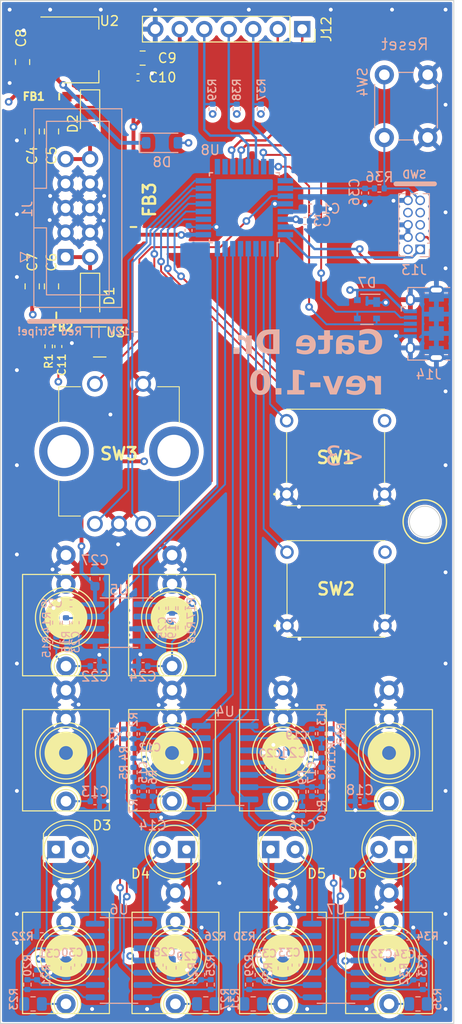
<source format=kicad_pcb>
(kicad_pcb (version 20221018) (generator pcbnew)
  (layers (0 "F.Cu" signal) (1 "In1.Cu" signal) (2 "In2.Cu" signal) (31 "B.Cu" signal) (34 "B.Paste" user) (35 "F.Paste" user) (36 "B.SilkS" user "B.Silkscreen") (37 "F.SilkS" user "F.Silkscreen") (38 "B.Mask" user) (39 "F.Mask" user) (44 "Edge.Cuts" user))
  (net 0 "")
  (net 1 "Net-(U8-VDDCORE)")
  (net 2 "GND")
  (net 3 "+3.3VA")
  (net 4 "+12V")
  (net 5 "-12V")
  (net 6 "+3.3V")
  (net 7 "AREF-10")
  (net 8 "Net-(U4A--)")
  (net 9 "/Inputs/in_A")
  (net 10 "Net-(C13-Pad1)")
  (net 11 "Net-(C14-Pad1)")
  (net 12 "Net-(U4B--)")
  (net 13 "/Inputs/in_B")
  (net 14 "Net-(C16-Pad1)")
  (net 15 "Net-(U4C--)")
  (net 16 "/Inputs/in_C")
  (net 17 "Net-(C18-Pad1)")
  (net 18 "Net-(U4D--)")
  (net 19 "/Inputs/in_D")
  (net 20 "Net-(C22-Pad1)")
  (net 21 "Net-(U5A--)")
  (net 22 "/Inputs/in_CV1")
  (net 23 "Net-(C24-Pad1)")
  (net 24 "Net-(U5B--)")
  (net 25 "/Inputs/in_CV2")
  (net 26 "Net-(U8-~{RESET})")
  (net 27 "Net-(D1-A)")
  (net 28 "Net-(D2-K)")
  (net 29 "Net-(D3-K)")
  (net 30 "Net-(D3-A)")
  (net 31 "Net-(D4-K)")
  (net 32 "Net-(D4-A)")
  (net 33 "Net-(D5-K)")
  (net 34 "Net-(D5-A)")
  (net 35 "Net-(D6-K)")
  (net 36 "Net-(D6-A)")
  (net 37 "Net-(J8-Pad2)")
  (net 39 "Net-(J9-Pad2)")
  (net 41 "Net-(J10-Pad2)")
  (net 43 "Net-(J11-Pad2)")
  (net 45 "/MCU/display_CS")
  (net 46 "/MCU/display_DC")
  (net 47 "/MCU/display_RST")
  (net 48 "/MCU/display_SPI_DO")
  (net 49 "/MCU/display_SPI_SCK")
  (net 50 "/MCU/SWDIO")
  (net 51 "/MCU/SWCLK")
  (net 55 "/MCU/nRESET")
  (net 56 "Net-(U6B--)")
  (net 57 "Net-(U6A-+)")
  (net 58 "Net-(U6C--)")
  (net 59 "Net-(U6D-+)")
  (net 60 "Net-(U7C--)")
  (net 61 "Net-(U7D-+)")
  (net 62 "Net-(U7B--)")
  (net 63 "Net-(U7A-+)")
  (net 64 "/MCU/sw_CH1")
  (net 65 "/MCU/sw_CH2")
  (net 66 "/MCU/sw_ROT")
  (net 67 "/MCU/rot_A")
  (net 68 "/MCU/rot_B")
  (net 71 "/MCU/mcu_out_W")
  (net 72 "/MCU/mcu_out_X")
  (net 73 "/MCU/mcu_out_Y")
  (net 74 "/MCU/mcu_out_Z")
  (net 77 "/MCU/USB_D+")
  (net 78 "/MCU/USB_D-")
  (net 81 "Net-(D1-K)")
  (net 82 "Net-(D2-A)")
  (net 83 "USB_5V")
  (footprint "GateDrFootprintLibrary:BEADC1608X100N" (layer "F.Cu") (at 57.54 93.87 180)
    (fp_text reference "FB2")
    (fp_text value "WE742792651" hide)
  )
  (footprint "LED_THT:LED_D5.0mm_FlatTop" (layer "F.Cu") (at 93.54 149.22 180)
    (fp_text reference "D6")
    (fp_text value "WP483GDT Green" hide)
  )
  (footprint "GateDrFootprintLibrary:5GTH935" (layer "F.Cu") (at 81.46 126.03 180)
    (fp_text reference "SW2")
    (fp_text value "5GTH935" hide)
  )
  (footprint "GateDrFootprintLibrary:5GTH935" (layer "F.Cu") (at 81.42 112.41 180)
    (fp_text reference "SW1")
    (fp_text value "5GTH935" hide)
  )
  (footprint "Connector_PinSocket_2.54mm:PinSocket_1x07_P2.54mm_Vertical" (layer "F.Cu") (at 83.04 64.22 -90)
    (fp_text reference "J12")
    (fp_text value "1x7 100mil Female Socket" hide)
  )
  (footprint "LED_THT:LED_D5.0mm_FlatTop" (layer "F.Cu") (at 79.765 149.22)
    (fp_text reference "D5")
    (fp_text value "WP483GDT Green" hide)
  )
  (footprint "GateDrFootprintLibrary:AudioJack_WQP518MA" (layer "F.Cu") (at 81.04 160.22 180)
    (fp_text reference "J10")
    (fp_text value "WQP-WQP518MA" hide)
  )
  (footprint "Package_TO_SOT_SMD:SOT-23" (layer "F.Cu") (at 62.04 96.63)
    (fp_text reference "U3")
    (fp_text value "LM4040BIM3X-10" hide)
  )
  (footprint "GateDrFootprintLibrary:AudioJack_WQP518MA" (layer "F.Cu") (at 92.04 160.22 180)
    (fp_text reference "J11")
    (fp_text value "WQP-WQP518MA" hide)
  )
  (footprint "Capacitor_SMD:C_0805_2012Metric" (layer "F.Cu") (at 57.04 90.87 -90)
    (fp_text reference "C6")
    (fp_text value "22u" hide)
  )
  (footprint "GateDrFootprintLibrary:AudioJack_WQP518MA" (layer "F.Cu") (at 58.54 139.22 180)
    (fp_text reference "J2")
    (fp_text value "WQP-WQP518MA" hide)
  )
  (footprint "Package_TO_SOT_SMD:SOT-223-3_TabPin2" (layer "F.Cu") (at 60.04 66.37)
    (fp_text reference "U2")
    (fp_text value "LM1117MP-3.3" hide)
  )
  (footprint "GateDrFootprintLibrary:BEADC1608X100N" (layer "F.Cu") (at 65.54 84.72 -90)
    (fp_text reference "FB3")
    (fp_text value "WE742792651" hide)
  )
  (footprint "LED_THT:LED_D5.0mm_FlatTop" (layer "F.Cu") (at 57.5 149.22)
    (fp_text reference "D3")
    (fp_text value "WP483GDT Green" hide)
  )
  (footprint "Capacitor_SMD:C_0402_1005Metric" (layer "F.Cu") (at 66.01 69.22)
    (fp_text reference "C10")
    (fp_text value "100n" hide)
  )
  (footprint "GateDrFootprintLibrary:AudioJack_WQP518MA" (layer "F.Cu") (at 69.89 160.22 180)
    (fp_text reference "J9")
    (fp_text value "WQP-WQP518MA" hide)
  )
  (footprint "Capacitor_SMD:C_0805_2012Metric" (layer "F.Cu") (at 66.49 67.22)
    (fp_text reference "C9")
    (fp_text value "22u" hide)
  )
  (footprint "Resistor_SMD:R_0402_1005Metric" (layer "F.Cu") (at 56.75 97.09 -90)
    (fp_text reference "R1")
    (fp_text value "2k2" hide)
  )
  (footprint "GateDrFootprintLibrary:PEC11R4220FS0024" (layer "F.Cu") (at 61.54 100.97)
    (fp_text reference "SW3")
    (fp_text value "PEC11R-4220F-S0024" hide)
  )
  (footprint "GateDrFootprintLibrary:BEADC1608X100N" (layer "F.Cu") (at 57.84 71.22 180)
    (fp_text reference "FB1")
    (fp_text value "WE742792651" hide)
  )
  (footprint "GateDrFootprintLibrary:AudioJack_WQP518MA" (layer "F.Cu") (at 58.54 125.22 180)
    (fp_text reference "J6")
    (fp_text value "WQP-WQP518MA" hide)
  )
  (footprint "GateDrFootprintLibrary:AudioJack_WQP518MA" (layer "F.Cu") (at 69.54 139.22 180)
    (fp_text reference "J3")
    (fp_text value "WQP-WQP518MA" hide)
  )
  (footprint "Capacitor_SMD:C_0805_2012Metric" (layer "F.Cu") (at 54.04 67.63 90)
    (fp_text reference "C8")
    (fp_text value "22u" hide)
  )
  (footprint "Capacitor_SMD:C_0805_2012Metric" (layer "F.Cu") (at 55.04 74.82 -90)
    (fp_text reference "C4")
    (fp_text value "22u" hide)
  )
  (footprint "LED_THT:LED_D5.0mm_FlatTop" (layer "F.Cu") (at 71.04 149.22 180)
    (fp_text reference "D4")
    (fp_text value "WP483GDT Green" hide)
  )
  (footprint "Capacitor_SMD:C_0805_2012Metric" (layer "F.Cu") (at 55.04 90.87 -90)
    (fp_text reference "C7")
    (fp_text value "22u" hide)
  )
  (footprint "GateDrFootprintLibrary:AudioJack_WQP518MA" (layer "F.Cu") (at 69.54 125.22 180)
    (fp_text reference "J7")
    (fp_text value "WQP-WQP518MA" hide)
  )
  (footprint "GateDrFootprintLibrary:AudioJack_WQP518MA" (layer "F.Cu") (at 81.04 139.22 180)
    (fp_text reference "J4")
    (fp_text value "WQP-WQP518MA" hide)
  )
  (footprint "Diode_SMD:D_SOD-123" (layer "F.Cu") (at 61.04 72.87 -90)
    (fp_text reference "D2")
    (fp_text value "1n5819HW-7-F" hide)
  )
  (footprint "Diode_SMD:D_SOD-123" (layer "F.Cu") (at 61.04 91.87 -90)
    (fp_text reference "D1")
    (fp_text value "1n5819HW-7-F" hide)
  )
  (footprint "GateDrFootprintLibrary:AudioJack_WQP518MA" (layer "F.Cu") (at 58.54 160.22 180)
    (fp_text reference "J8")
    (fp_text value "WQP-WQP518MA" hide)
  )
  (footprint "Capacitor_SMD:C_0805_2012Metric" (layer "F.Cu") (at 57.04 74.82 -90)
    (fp_text reference "C5")
    (fp_text value "22u" hide)
  )
  (footprint "GateDrFootprintLibrary:AudioJack_WQP518MA" (layer "F.Cu") (at 92.04 139.22 180)
    (fp_text reference "J5")
    (fp_text value "WQP-WQP518MA" hide)
  )
  (footprint "Capacitor_SMD:C_0402_1005Metric" (layer "F.Cu") (at 57.75 97.1 90)
    (fp_text reference "C11")
    (fp_text value "100n" hide)
  )
  (footprint "Resistor_SMD:R_0402_1005Metric" (layer "B.Cu") (at 69.54 124.22 90)
    (fp_text reference "R19")
    (fp_text value "20k" hide)
  )
  (footprint "Resistor_SMD:R_0402_1005Metric" (layer "B.Cu") (at 94.54 162.22 -90)
    (fp_text reference "R32")
    (fp_text value "39k" hide)
  )
  (footprint "Capacitor_SMD:C_0402_1005Metric" (layer "B.Cu") (at 61.54 130.22)
    (fp_text reference "C22")
    (fp_text value "1.0n" hide)
  )
  (footprint "Resistor_SMD:R_0402_1005Metric" (layer "B.Cu") (at 78.75 72.5 90)
    (fp_text reference "R37")
    (fp_text value "100k" hide)
  )
  (footprint "Resistor_SMD:R_0402_1005Metric" (layer "B.Cu") (at 65.54 139.25 90)
    (fp_text reference "R4")
    (fp_text value "120k" hide)
  )
  (footprint "Resistor_SMD:R_0402_1005Metric" (layer "B.Cu") (at 83.04 143.24 90)
    (fp_text reference "R9")
    (fp_text value "100k" hide)
  )
  (footprint "Resistor_SMD:R_0805_2012Metric" (layer "B.Cu") (at 95.04 165.22 180)
    (fp_text reference "R35")
    (fp_text value "1k 1/4W" hide)
  )
  (footprint "Resistor_SMD:R_0402_1005Metric" (layer "B.Cu") (at 58.54 125.72 90)
    (fp_text reference "R16")
    (fp_text value "20k" hide)
  )
  (footprint "Capacitor_SMD:C_0603_1608Metric" (layer "B.Cu") (at 81.05 161.525 90)
    (fp_text reference "C35")
    (fp_text value "1u" hide)
  )
  (footprint "Resistor_SMD:R_0402_1005Metric" (layer "B.Cu") (at 65.54 141.22 -90)
    (fp_text reference "R5")
    (fp_text value "120k" hide)
  )
  (footprint "Capacitor_SMD:C_0402_1005Metric" (layer "B.Cu") (at 71.25 85.07 90)
    (fp_text reference "C2" hide)
    (fp_text value "100n" hide)
  )
  (footprint "Connector_IDC:IDC-Header_2x05_P2.54mm_Vertical" (layer "B.Cu") (at 58.5 87.84)
    (fp_text reference "J1")
    (fp_text value "2x5 100mil Shrouded Header" hide)
  )
  (footprint "Connector_USB:USB_Micro-B_Amphenol_10118194_Horizontal" (layer "B.Cu") (at 95.65 94.75 -90)
    (fp_text reference "J14")
    (fp_text value "10118194-0011LF" hide)
  )
  (footprint "Resistor_SMD:R_0402_1005Metric" (layer "B.Cu") (at 65.54 143.23 -90)
    (fp_text reference "R7")
    (fp_text value "20k" hide)
  )
  (footprint "Capacitor_SMD:C_0402_1005Metric" (layer "B.Cu") (at 79.54 140.72 -90)
    (fp_text reference "C20")
    (fp_text value "100n" hide)
  )
  (footprint "Resistor_SMD:R_0402_1005Metric" (layer "B.Cu") (at 73.75 72.5 90)
    (fp_text reference "R39")
    (fp_text value "100k" hide)
  )
  (footprint "Capacitor_SMD:C_0402_1005Metric" (layer "B.Cu") (at 83.04 145.22 -90)
    (fp_text reference "C16")
    (fp_text value "1.0n" hide)
  )
  (footprint "Capacitor_SMD:C_0402_1005Metric" (layer "B.Cu") (at 84.04 137.22 90)
    (fp_text reference "C19")
    (fp_text value "1.0n" hide)
  )
  (footprint "Capacitor_SMD:C_0603_1608Metric" (layer "B.Cu") (at 58.55 161.5 90)
    (fp_text reference "C31")
    (fp_text value "1u" hide)
  )
  (footprint "Capacitor_SMD:C_0402_1005Metric" (layer "B.Cu") (at 66.54 143.2 -90)
    (fp_text reference "C15")
    (fp_text value "1.0n" hide)
  )
  (footprint "Resistor_SMD:R_0805_2012Metric" (layer "B.Cu") (at 73.04 165.22 180)
    (fp_text reference "R27")
    (fp_text value "1k 1/4W" hide)
  )
  (footprint "Resistor_SMD:R_0402_1005Metric" (layer "B.Cu") (at 70.54 124.22 -90)
    (fp_text reference "R17")
    (fp_text value "120k" hide)
  )
  (footprint "Capacitor_SMD:C_0402_1005Metric" (layer "B.Cu") (at 68.54 124.22 90)
    (fp_text reference "C25")
    (fp_text value "1.0n" hide)
  )
  (footprint "Capacitor_SMD:C_0402_1005Metric" (layer "B.Cu") (at 66.54 137.25 90)
    (fp_text reference "C12")
    (fp_text value "1.0n" hide)
  )
  (footprint "Connector_PinSocket_1.27mm:PinSocket_2x05_P1.27mm_Vertical" (layer "B.Cu") (at 95.27 87.04)
    (fp_text reference "J13")
    (fp_text value "2x5 50mil Header" hide)
  )
  (footprint "Capacitor_SMD:C_0402_1005Metric" (layer "B.Cu") (at 68.25 161.2 -90)
    (fp_text reference "C28")
    (fp_text value "100n" hide)
  )
  (footprint "Capacitor_SMD:C_0402_1005Metric" (layer "B.Cu") (at 59.54 125.72 90)
    (fp_text reference "C23")
    (fp_text value "1.0n" hide)
  )
  (footprint "Resistor_SMD:R_0402_1005Metric" (layer "B.Cu") (at 65.54 137.25 90)
    (fp_text reference "R2")
    (fp_text value "20k" hide)
  )
  (footprint "Resistor_SMD:R_0402_1005Metric" (layer "B.Cu") (at 72.04 158.22 180)
    (fp_text reference "R26")
    (fp_text value "1k" hide)
  )
  (footprint "Resistor_SMD:R_0402_1005Metric" (layer "B.Cu") (at 55.54 162.21 -90)
    (fp_text reference "R21")
    (fp_text value "39k" hide)
  )
  (footprint "Capacitor_SMD:C_0402_1005Metric" (layer "B.Cu") (at 67.54 145.22 -90)
    (fp_text reference "C14")
    (fp_text value "1.0n" hide)
  )
  (footprint "Capacitor_SMD:C_0402_1005Metric" (layer "B.Cu") (at 82.35 161.2 90)
    (fp_text reference "C33")
    (fp_text value "100n" hide)
  )
  (footprint "Capacitor_SMD:C_0402_1005Metric" (layer "B.Cu") (at 59.06 123.72 180)
    (fp_text reference "C26")
    (fp_text value "100n" hide)
  )
  (footprint "Package_SO:SOIC-8_3.9x4.9mm_P1.27mm" (layer "B.Cu") (at 64.04 125.72 180)
    (fp_text reference "U5")
    (fp_text value "MCP6002-I/SN" hide)
  )
  (footprint "Capacitor_SMD:C_0603_1608Metric" (layer "B.Cu") (at 83.875 82.85)
    (fp_text reference "C1")
    (fp_text value "1u" hide)
  )
  (footprint "Capacitor_SMD:C_0402_1005Metric" (layer "B.Cu") (at 61.54 144.22)
    (fp_text reference "C13")
    (fp_text value "1.0n" hide)
  )
  (footprint "Resistor_SMD:R_0402_1005Metric" (layer "B.Cu") (at 54.54 163.22 -90)
    (fp_text reference "R20")
    (fp_text value "56k" hide)
  )
  (footprint "Capacitor_SMD:C_0402_1005Metric" (layer "B.Cu") (at 59.8 161.2 90)
    (fp_text reference "C30")
    (fp_text value "100n" hide)
  )
  (footprint "Resistor_SMD:R_0402_1005Metric" (layer "B.Cu") (at 79.04 158.22)
    (fp_text reference "R30")
    (fp_text value "1k" hide)
  )
  (footprint "Capacitor_SMD:C_0402_1005Metric" (layer "B.Cu") (at 89.55 81.2 -90)
    (fp_text reference "C36")
    (fp_text value "100n" hide)
  )
  (footprint "Resistor_SMD:R_0402_1005Metric" (layer "B.Cu") (at 85.04 137.22 90)
    (fp_text reference "R13")
    (fp_text value "20k" hide)
  )
  (footprint "Resistor_SMD:R_0805_2012Metric" (layer "B.Cu") (at 77.9525 165.22)
    (fp_text reference "R31")
    (fp_text value "1k 1/4W" hide)
  )
  (footprint "Package_SO:SOIC-14_3.9x8.7mm_P1.27mm" (layer "B.Cu") (at 86.54 160.72 180)
    (fp_text reference "U7")
    (fp_text value "TL074HIDR" hide)
  )
  (footprint "Resistor_SMD:R_0402_1005Metric" (layer "B.Cu") (at 57.54 125.72 -90)
    (fp_text reference "R14")
    (fp_text value "120k" hide)
  )
  (footprint "Resistor_SMD:R_0402_1005Metric" (layer "B.Cu") (at 86.04 137.22 -90)
    (fp_text reference "R12")
    (fp_text value "100k" hide)
  )
  (footprint "Resistor_SMD:R_0402_1005Metric" (layer "B.Cu") (at 56.03 158.22)
    (fp_text reference "R22")
    (fp_text value "1k" hide)
  )
  (footprint "Capacitor_SMD:C_0402_1005Metric" (layer "B.Cu") (at 83.32 84.1)
    (fp_text reference "C3")
    (fp_text value "100n" hide)
  )
  (footprint "Resistor_SMD:R_0402_1005Metric" (layer "B.Cu") (at 94.04 158.22 180)
    (fp_text reference "R34")
    (fp_text value "1k" hide)
  )
  (footprint "Resistor_SMD:R_0402_1005Metric" (layer "B.Cu") (at 85.04 143.22 -90)
    (fp_text reference "R10")
    (fp_text value "20k" hide)
  )
  (footprint "Capacitor_SMD:C_0402_1005Metric" (layer "B.Cu") (at 89.02 144.22 180)
    (fp_text reference "C18")
    (fp_text value "1.0n" hide)
  )
  (footprint "Package_SO:SOIC-14_3.9x8.7mm_P1.27mm" (layer "B.Cu") (at 75.04 140.22 180)
    (fp_text reference "U4")
    (fp_text value "MCP6004-I/SL" hide)
  )
  (footprint "Capacitor_SMD:C_0402_1005Metric" (layer "B.Cu") (at 84.04 143.22 -90)
    (fp_text reference "C17")
    (fp_text value "1.0n" hide)
  )
  (footprint "Capacitor_SMD:C_0402_1005Metric" (layer "B.Cu") (at 90.8 161.2 -90)
    (fp_text reference "C32")
    (fp_text value "100n" hide)
  )
  (footprint "Resistor_SMD:R_0402_1005Metric" (layer "B.Cu") (at 57.54 127.72 90)
    (fp_text reference "R15")
    (fp_text value "100k" hide)
  )
  (footprint "Resistor_SMD:R_0402_1005Metric" (layer "B.Cu") (at 95.54 163.22 -90)
    (fp_text reference "R33")
    (fp_text value "56k" hide)
  )
  (footprint "Resistor_SMD:R_0402_1005Metric" (layer "B.Cu") (at 78.54 162.22 -90)
    (fp_text reference "R28")
    (fp_text value "39k" hide)
  )
  (footprint "Capacitor_SMD:C_0402_1005Metric" (layer "B.Cu") (at 66.54 130.22 180)
    (fp_text reference "C24")
    (fp_text value "1.0n" hide)
  )
  (footprint "Capacitor_SMD:C_0603_1608Metric" (layer "B.Cu") (at 61.55 121.175 90)
    (fp_text reference "C27")
    (fp_text value "1u" hide)
  )
  (footprint "Resistor_SMD:R_0402_1005Metric" (layer "B.Cu") (at 72.54 162.21 -90)
    (fp_text reference "R24")
    (fp_text value "39k" hide)
  )
  (footprint "Resistor_SMD:R_0402_1005Metric" (layer "B.Cu") (at 70.54 126.22 90)
    (fp_text reference "R18")
    (fp_text value "100k" hide)
  )
  (footprint "Resistor_SMD:R_0402_1005Metric" (layer "B.Cu") (at 76.25 72.5 90)
    (fp_text reference "R38")
    (fp_text value "100k" hide)
  )
  (footprint "Resistor_SMD:R_0402_1005Metric" (layer "B.Cu") (at 67.54 143.21 90)
    (fp_text reference "R6")
    (fp_text value "100k" hide)
  )
  (footprint "Resistor_SMD:R_0402_1005Metric" (layer "B.Cu") (at 91.03 80.72 180)
    (fp_text reference "R36")
    (fp_text value "1k" hide)
  )
  (footprint "Capacitor_SMD:C_0603_1608Metric" (layer "B.Cu") (at 69.45 161.475 -90)
    (fp_text reference "C29")
    (fp_text value "1u" hide)
  )
  (footprint "Resistor_SMD:R_0402_1005Metric" (layer "B.Cu") (at 73.54 163.22 -90)
    (fp_text reference "R25")
    (fp_text value "56k" hide)
  )
  (footprint "Button_Switch_THT:SW_PUSH_6mm_H4.3mm" (layer "B.Cu") (at 96.05 75.45 90)
    (fp_text reference "SW4")
    (fp_text value "B3F-1000" hide)
  )
  (footprint "Resistor_SMD:R_0402_1005Metric" (layer "B.Cu") (at 64.54 137.25 -90)
    (fp_text reference "R3")
    (fp_text value "100k" hide)
  )
  (footprint "Resistor_SMD:R_0402_1005Metric" (layer "B.Cu") (at 77.54 163.22 -90)
    (fp_text reference "R29")
    (fp_text value "56k" hide)
  )
  (footprint "Capacitor_SMD:C_0603_1608Metric" (layer "B.Cu") (at 92.15 161.6 -90)
    (fp_text reference "C34")
    (fp_text value "1u" hide)
  )
  (footprint "Package_TO_SOT_SMD:SOT-143" (layer "B.Cu") (at 89.75 93.25 180)
    (fp_text reference "D7")
    (fp_text value "PRTR5V0U2X" hide)
  )
  (footprint "Package_SO:SOIC-14_3.9x8.7mm_P1.27mm" (layer "B.Cu") (at 64.04 160.72 180)
    (fp_text reference "U6")
    (fp_text value "TL074HIDR" hide)
  )
  (footprint "Diode_SMD:D_SOD-123" (layer "B.Cu") (at 68.5 76)
    (fp_text reference "D8")
    (fp_text value "1n5819HW-7-F" hide)
  )
  (footprint "Resistor_SMD:R_0402_1005Metric" (layer "B.Cu") (at 85.04 141.21 -90)
    (fp_text reference "R8")
    (fp_text value "120k" hide)
  )
  (footprint "Resistor_SMD:R_0805_2012Metric" (layer "B.Cu") (at 55.1275 165.22)
    (fp_text reference "R23")
    (fp_text value "1k 1/4W" hide)
  )
  (footprint "Resistor_SMD:R_0402_1005Metric" (layer "B.Cu") (at 85.04 139.22 90)
    (fp_text reference "R11")
    (fp_text value "120k" hide)
  )
  (footprint "Package_QFP:TQFP-32_7x7mm_P0.8mm" (layer "B.Cu") (at 77.04 82.72 90)
    (fp_text reference "U8")
    (fp_text value "ATSAMD21E17A-AU" hide)
  )
  (footprint "Capacitor_SMD:C_0603_1608Metric" (layer "B.Cu") (at 80.8 141 -90)
    (fp_text reference "C21")
    (fp_text value "1u" hide)
  )
  (gr_line (start 92.75 80.25) (end 96.75 80.25) (stroke (width 0.5)) (layer "B.SilkS"))
  (gr_line (start 54.75 94.5) (end 64.75 94.5) (stroke (width 0.5)) (layer "B.SilkS"))
  (gr_circle (center 95.75 115.25) (end 98 115.25) (stroke (width 0.15)) (fill none) (layer "F.SilkS"))
  (gr_circle (center 95.75 115.25) (end 97.35 115.25) (stroke (width 0.1)) (fill none) (layer "Edge.Cuts"))
  (gr_rect (start 51.75 61.25) (end 98.75 167.25) (stroke (width 0.1)) (fill none) (layer "Edge.Cuts"))
  (gr_text "Reset" (at 96.25 66.5) (layer "B.SilkS") (effects (font (size 1.2 1.2) (thickness 0.15) bold) (justify left bottom mirror)))
  (gr_text "-12V || Red Stripe!" (at 66.25 96) (layer "B.SilkS") (effects (font (size 0.8 0.8) (thickness 0.15) bold) (justify left bottom mirror)))
  (gr_text "Gate Dr. \nrev-1.0" (at 91.5 102.5) (layer "B.SilkS") (effects (font (size 2.5 2.5) (thickness 0.3) bold) (justify left bottom mirror)))
  (gr_text "<3" (at 89.5 109.75) (layer "B.SilkS") (effects (font (size 2 2)) (justify left bottom mirror)))
  (gr_text "SWD" (at 96 79.75) (layer "B.SilkS") (effects (font (size 0.8 0.8) (thickness 0.15) bold) (justify left bottom mirror)))
  (segment (start 81.29 83.12) (end 82.83 83.12) (width 0.4) (layer "B.Cu") (net 1))
  (segment (start 82.83 83.12) (end 83.1 82.85) (width 0.4) (layer "B.Cu") (net 1))
  (via (at 97.9 143.15) (size 0.8) (drill 0.4) (layers "F.Cu" "B.Cu") (net 2))
  (via (at 97.9 83.2) (size 0.8) (drill 0.4) (layers "F.Cu" "B.Cu") (net 2))
  (via (at 72.6 157.3) (size 0.8) (drill 0.4) (layers "F.Cu" "B.Cu") (net 2))
  (via (at 53.45 158.9) (size 0.8) (drill 0.4) (layers "F.Cu" "B.Cu") (net 2))
  (via (at 56.9 81.5) (size 0.8) (drill 0.4) (layers "F.Cu" "B.Cu") (net 2))
  (via (at 88.55 145.15) (size 0.8) (drill 0.4) (layers "F.Cu" "B.Cu") (net 2))
  (via (at 97.9 72.05) (size 0.8) (drill 0.4) (layers "F.Cu" "B.Cu") (net 2))
  (via (at 62.9 144.2) (size 0.8) (drill 0.4) (layers "F.Cu" "B.Cu") (net 2))
  (via (at 63.15 104.15) (size 0.8) (drill 0.4) (layers "F.Cu" "B.Cu") (net 2))
  (via (at 53.45 143.15) (size 0.8) (drill 0.4) (layers "F.Cu" "B.Cu") (net 2))
  (via (at 89.7 165.75) (size 0.8) (drill 0.4) (layers "F.Cu" "B.Cu") (net 2))
  (via (at 53.45 99.55) (size 0.8) (drill 0.4) (layers "F.Cu" "B.Cu") (net 2))
  (via (at 82.7 113.7) (size 0.8) (drill 0.4) (layers "F.Cu" "B.Cu") (net 2))
  (via (at 62.45 84.05) (size 0.8) (drill 0.4) (layers "F.Cu" "B.Cu") (net 2))
  (via (at 82.1 145.8) (size 0.8) (drill 0.4) (layers "F.Cu" "B.Cu") (net 2))
  (via (at 56.931844 161.990274) (size 0.8) (drill 0.4) (layers "F.Cu" "B.Cu") (net 2))
  (via (at 53.45 109.4) (size 0.8) (drill 0.4) (layers "F.Cu" "B.Cu") (net 2))
  (via (at 71.1 161.7) (size 0.8) (drill 0.4) (layers "F.Cu" "B.Cu") (net 2))
  (via (at 79.7 162.05) (size 0.8) (drill 0.4) (layers "F.Cu" "B.Cu") (net 2))
  (via (at 62 129.05) (size 0.8) (drill 0.4) (layers "F.Cu" "B.Cu") (net 2))
  (via (at 97.9 129.95) (size 0.8) (drill 0.4) (layers "F.Cu" "B.Cu") (net 2))
  (via (at 56.9 62.2) (size 0.8) (drill 0.4) (layers "F.Cu" "B.Cu") (net 2))
  (via (at 97.9 165.75) (size 0.8) (drill 0.4) (layers "F.Cu" "B.Cu") (net 2))
  (via (at 91.700201 92.549799) (size 0.8) (drill 0.4) (layers "F.Cu" "B.Cu") (net 2))
  (via (at 93.45 161.75) (size 0.8) (drill 0.4) (layers "F.Cu" "B.Cu") (net 2))
  (via (at 82.75 127.4) (size 0.8) (drill 0.4) (layers "F.Cu" "B.Cu") (net 2))
  (via (at 53.45 75.75) (size 0.8) (drill 0.4) (layers "F.Cu" "B.Cu") (net 2))
  (via (at 89.55 82.45) (size 0.8) (drill 0.4) (layers "F.Cu" "B.Cu") (net 2))
  (via (at 54.15 64.35) (size 0.8) (drill 0.4) (layers "F.Cu" "B.Cu") (net 2))
  (via (at 74.45 152.7) (size 0.8) (drill 0.4) (layers "F.Cu" "B.Cu") (net 2))
  (via (at 86 62.2) (size 0.8) (drill 0.4) (layers "F.Cu" "B.Cu") (net 2))
  (via (at 90.65 134.25) (size 0.8) (drill 0.4) (layers "F.Cu" "B.Cu") (net 2))
  (via (at 53.45 118.65) (size 0.8) (drill 0.4) (layers "F.Cu" "B.Cu") (net 2))
  (via (at 80.200558 82.320001) (size 0.8) (drill 0.4) (layers "F.Cu" "B.Cu") (net 2))
  (via (at 83.55 165.75) (size 0.8) (drill 0.4) (layers "F.Cu" "B.Cu") (net 2))
  (via (at 59.85 134.2) (size 0.8) (drill 0.4) (layers "F.Cu" "B.Cu") (net 2))
  (via (at 67.8 62.2) (size 0.8) (drill 0.4) (layers "F.Cu" "B.Cu") (net 2))
  (via (at 92.35 62.2) (size 0.8) (drill 0.4) (layers "F.Cu" "B.Cu") (net 2))
  (via (at 61.25 165.75) (size 0.8) (drill 0.4) (layers "F.Cu" "B.Cu") (net 2))
  (via (at 57.830949 123.386671) (size 0.8) (drill 0.4) (layers "F.Cu" "B.Cu") (net 2))
  (via (at 92.5 82) (size 0.8) (drill 0.4) (layers "F.Cu" "B.Cu") (net 2))
  (via (at 79.048994 139.179) (size 0.8) (drill 0.4) (layers "F.Cu" "B.Cu") (net 2))
  (via (at 97.9 120.5) (size 0.8) (drill 0.4) (layers "F.Cu" "B.Cu") (net 2))
  (via (at 75.45 165.75) (size 0.8) (drill 0.4) (layers "F.Cu" "B.Cu") (net 2))
  (via (at 97.9 101.75) (size 0.8) (drill 0.4) (layers "F.Cu" "B.Cu") (net 2))
  (via (at 68.4 145.9) (size 0.8) (drill 0.4) (layers "F.Cu" "B.Cu") (net 2))
  (via (at 53.45 129.95) (size 0.8) (drill 0.4) (layers "F.Cu" "B.Cu") (net 2))
  (via (at 97.9 89) (size 0.8) (drill 0.4) (layers "F.Cu" "B.Cu") (net 2))
  (via (at 52.7 69.8) (size 0.8) (drill 0.4) (layers "F.Cu" "B.Cu") (net 2))
  (via (at 53.45 155.9) (size 0.8) (drill 0.4) (layers "F.Cu" "B.Cu") (net 2))
  (via (at 97.9 109.4) (size 0.8) (drill 0.4) (layers "F.Cu" "B.Cu") (net 2))
  (via (at 56.85 84) (size 0.8) (drill 0.4) (layers "F.Cu" "B.Cu") (net 2))
  (via (at 66.95 165.75) (size 0.8) (drill 0.4) (layers "F.Cu" "B.Cu") (net 2))
  (via (at 66.25 129) (size 0.8) (drill 0.4) (layers "F.Cu" "B.Cu") (net 2))
  (via (at 92.75 96) (size 0.8) (drill 0.4) (layers "F.Cu" "B.Cu") (net 2))
  (via (at 82.55 155.2) (size 0.8) (drill 0.4) (layers "F.Cu" "B.Cu") (net 2))
  (via (at 94.55 157.3) (size 0.8) (drill 0.4) (layers "F.Cu" "B.Cu") (net 2))
  (via (at 85.95 82.85) (size 0.8) (drill 0.4) (layers "F.Cu" "B.Cu") (net 2))
  (via (at 97.9 158.9) (size 0.8) (drill 0.4) (layers "F.Cu" "B.Cu") (net 2))
  (via (at 82.980383 141.430383) (size 0.8) (drill 0.4) (layers "F.Cu" "B.Cu") (net 2))
  (via (at 74.15 84.72) (size 0.8) (drill 0.4) (layers "F.Cu" "B.Cu") (net 2))
  (via (at 52.7 62.2) (size 0.8) (drill 0.4) (layers "F.Cu" "B.Cu") (net 2))
  (via (at 59.15 96.75) (size 0.8) (drill 0.4) (layers "F.Cu" "B.Cu") (net 2))
  (via (at 57.15 120.2) (size 0.8) (drill 0.4) (layers "F.Cu" "B.Cu") (net 2))
  (via (at 70.6 140.2) (size 0.8) (drill 0.4) (layers "F.Cu" "B.Cu") (net 2))
  (via (at 62.5 81.5) (size 0.8) (drill 0.4) (layers "F.Cu" "B.Cu") (net 2))
  (via (at 53.45 83.4) (size 0.8) (drill 0.4) (layers "F.Cu" "B.Cu") (net 2))
  (via (at 67.45 68.8) (size 0.8) (drill 0.4) (layers "F.Cu" "B.Cu") (net 2))
  (via (at 70.9 120.2) (size 0.8) (drill 0.4) (layers "F.Cu" "B.Cu") (net 2))
  (via (at 63.95 117.6) (size 0.8) (drill 0.4) (layers "F.Cu" "B.Cu") (net 2))
  (via (at 97.9 155.9) (size 0.8) (drill 0.4) (layers "F.Cu" "B.Cu") (net 2))
  (via (at 90.75 155.2) (size 0.8) (drill 0.4) (layers "F.Cu" "B.Cu") (net 2))
  (via (at 62.15 62.2) (size 0.8) (drill 0.4) (layers "F.Cu" "B.Cu") (net 2))
  (via (at 77.5 62.2) (size 0.8) (drill 0.4) (layers "F.Cu" "B.Cu") (net 2))
  (via (at 82.45 134.25) (size 0.8) (drill 0.4) (layers "F.Cu" "B.Cu") (net 2))
  (via (at 68.15 134.25) (size 0.8) (drill 0.4) (layers "F.Cu" "B.Cu") (net 2))
  (via (at 97.9 62.2) (size 0.8) (drill 0.4) (layers "F.Cu" "B.Cu") (net 2))
  (via (at 53.45 89.9) (size 0.8) (drill 0.4) (layers "F.Cu" "B.Cu") (net 2))
  (segment (start 77.744 139.179) (end 77.515 138.95) (width 0.2) (layer "B.Cu") (net 2))
  (segment (start 57.21657 162.275) (end 56.931844 161.990274) (width 0.2) (layer "B.Cu") (net 2))
  (segment (start 94 81.96) (end 92.54 81.96) (width 0.25) (layer "B.Cu") (net 2))
  (segment (start 83.04 145.7) (end 82.2 145.7) (width 0.2) (layer "B.Cu") (net 2))
  (segment (start 83.8 83.7) (end 84.65 82.85) (width 0.2) (layer "B.Cu") (net 2))
  (segment (start 94.54 161.71) (end 93.49 161.71) (width 0.2) (layer "B.Cu") (net 2))
  (segment (start 57.830949 123.386671) (end 58.164278 123.72) (width 0.2) (layer "B.Cu") (net 2))
  (segment (start 69.45 162.25) (end 70.55 162.25) (width 0.2) (layer "B.Cu") (net 2))
  (segment (start 81.05 162.3) (end 79.95 162.3) (width 0.2) (layer "B.Cu") (net 2))
  (segment (start 91.700201 92.549799) (end 90.799799 92.549799) (width 0.25) (layer "B.Cu") (net 2))
  (segment (start 68.88 161.68) (end 69.45 162.25) (width 0.2) (layer "B.Cu") (net 2))
  (segment (start 79.4 161.75) (end 79.7 162.05) (width 0.2) (layer "B.Cu") (net 2))
  (segment (start 82.2 145.7) (end 82.1 145.8) (width 0.2) (layer "B.Cu") (net 2))
  (segment (start 58.164278 123.72) (end 58.58 123.72) (width 0.2) (layer "B.Cu") (net 2))
  (segment (start 74.15 84.72) (end 72.79 84.72) (width 0.2) (layer "B.Cu") (net 2))
  (segment (start 81.73 162.3) (end 82.35 161.68) (width 0.2) (layer "B.Cu") (net 2))
  (segment (start 68.2 145.7) (end 68.4 145.9) (width 0.2) (layer "B.Cu") (net 2))
  (segment (start 82.635766 141.775) (end 82.980383 141.430383) (width 0.2) (layer "B.Cu") (net 2))
  (segment (start 71.38 84.72) (end 71.25 84.59) (width 0.2) (layer "B.Cu") (net 2))
  (segment (start 80.225 141.2) (end 80.8 141.775) (width 0.2) (layer "B.Cu") (net 2))
  (segment (start 67.54 145.7) (end 68.2 145.7) (width 0.2) (layer "B.Cu") (net 2))
  (segment (start 79.25 141.49) (end 79.54 141.2) (width 0.2) (layer "B.Cu") (net 2))
  (segment (start 92.825 162.375) (end 93.45 161.75) (width 0.2) (layer "B.Cu") (net 2))
  (segment (start 59.8 161.68) (end 59.145 161.68) (width 0.2) (layer "B.Cu") (net 2))
  (segment (start 92.15 162.375) (end 92.825 162.375) (width 0.2) (layer "B.Cu") (net 2))
  (segment (start 81.05 162.3) (end 81.73 162.3) (width 0.2) (layer "B.Cu") (net 2))
  (segment (start 80.8 141.775) (end 82.635766 141.775) (width 0.2) (layer "B.Cu") (net 2))
  (segment (start 77.515 141.49) (end 79.25 141.49) (width 0.2) (layer "B.Cu") (net 2))
  (segment (start 72.79 84.72) (end 71.38 84.72) (width 0.2) (layer "B.Cu") (net 2))
  (segment (start 90.799799 92.549799) (end 90.75 92.5) (width 0.25) (layer "B.Cu") (net 2))
  (segment (start 78.58 161.75) (end 79.4 161.75) (width 0.2) (layer "B.Cu") (net 2))
  (segment (start 79.54 141.2) (end 80.225 141.2) (width 0.2) (layer "B.Cu") (net 2))
  (segment (start 56.64157 161.7) (end 56.931844 161.990274) (width 0.2) (layer "B.Cu") (net 2))
  (segment (start 81.29 82.32) (end 80.200558 82.320001) (width 0.2) (layer "B.Cu") (net 2))
  (segment (start 92.15 162.375) (end 91.495 162.375) (width 0.2) (layer "B.Cu") (net 2))
  (segment (start 79.048994 139.179) (end 77.744 139.179) (width 0.2) (layer "B.Cu") (net 2))
  (segment (start 93.49 161.71) (end 93.45 161.75) (width 0.2) (layer "B.Cu") (net 2))
  (segment (start 91.495 162.375) (end 90.8 161.68) (width 0.2) (layer "B.Cu") (net 2))
  (segment (start 55.54 161.7) (end 56.64157 161.7) (width 0.2) (layer "B.Cu") (net 2))
  (segment (start 92.75 96) (end 94.2 96) (width 0.25) (layer "B.Cu") (net 2))
  (segment (start 68.25 161.68) (end 68.88 161.68) (width 0.2) (layer "B.Cu") (net 2))
  (segment (start 92.54 81.96) (end 92.5 82) (width 0.25) (layer "B.Cu") (net 2))
  (segment (start 79.95 162.3) (end 79.7 162.05) (width 0.2) (layer "B.Cu") (net 2))
  (segment (start 78.54 161.71) (end 78.58 161.75) (width 0.2) (layer "B.Cu") (net 2))
  (segment (start 58.55 162.275) (end 57.21657 162.275) (width 0.2) (layer "B.Cu") (net 2))
  (segment (start 94.2 96) (end 94.25 96.05) (width 0.25) (layer "B.Cu") (net 2))
  (segment (start 83.8 84.1) (end 83.8 83.7) (width 0.2) (layer "B.Cu") (net 2))
  (segment (start 70.55 162.25) (end 71.1 161.7) (width 0.2) (layer "B.Cu") (net 2))
  (segment (start 59.145 161.68) (end 58.55 162.275) (width 0.2) (layer "B.Cu") (net 2))
  (segment (start 70.475547 85.52) (end 65.54 85.52) (width 0.4) (layer "F.Cu") (net 3))
  (segment (start 60.15 117.8) (end 60.15 113.2) (width 0.4) (layer "F.Cu") (net 3))
  (segment (start 70.4995 85.543953) (end 70.475547 85.52) (width 0.4) (layer "F.Cu") (net 3))
  (segment (start 60.15 113.2) (end 64.35 109) (width 0.4) (layer "F.Cu") (net 3))
  (segment (start 64.35 109) (end 66.65 109) (width 0.4) (layer "F.Cu") (net 3))
  (via (at 80.047883 138.3795) (size 0.8) (drill 0.4) (layers "F.Cu" "B.Cu") (net 3))
  (via (at 66.65 109) (size 0.8) (drill 0.4) (layers "F.Cu" "B.Cu") (net 3))
  (via (at 70.4995 85.543953) (size 0.8) (drill 0.4) (layers "F.Cu" "B.Cu") (net 3))
  (via (at 60.15 117.8) (size 0.8) (drill 0.4) (layers "F.Cu" "B.Cu") (net 3))
  (segment (start 61.55 123.8) (end 61.565 123.815) (width 0.4) (layer "B.Cu") (net 3))
  (segment (start 79.52 140.22) (end 79.54 140.24) (width 0.4) (layer "B.Cu") (net 3))
  (segment (start 72.79 85.52) (end 71.28 85.52) (width 0.4) (layer "B.Cu") (net 3))
  (segment (start 71.25 85.55) (end 70.505547 85.55) (width 0.4) (layer "B.Cu") (net 3))
  (segment (start 70.505547 85.55) (end 70.4995 85.543953) (width 0.4) (layer "B.Cu") (net 3))
  (segment (start 61.565 123.815) (end 59.635 123.815) (width 0.4) (layer "B.Cu") (net 3))
  (segment (start 80.047883 138.3795) (end 80.8 139.131617) (width 0.4) (layer "B.Cu") (net 3))
  (segment (start 59.635 123.815) (end 59.54 123.72) (width 0.4) (layer "B.Cu") (net 3))
  (segment (start 61.55 121.95) (end 61.55 123.8) (width 0.4) (layer "B.Cu") (net 3))
  (segment (start 80.8 139.131617) (end 80.8 140.225) (width 0.4) (layer "B.Cu") (net 3))
  (segment (start 60.15 120.55) (end 60.15 117.8) (width 0.4) (layer "B.Cu") (net 3))
  (segment (start 79.54 140.24) (end 80.785 140.24) (width 0.4) (layer "B.Cu") (net 3))
  (segment (start 61.55 121.95) (end 60.15 120.55) (width 0.4) (layer "B.Cu") (net 3))
  (segment (start 80.785 140.24) (end 80.8 140.225) (width 0.4) (layer "B.Cu") (net 3))
  (segment (start 71.28 85.52) (end 71.25 85.55) (width 0.4) (layer "B.Cu") (net 3))
  (segment (start 77.515 140.22) (end 79.52 140.22) (width 0.4) (layer "B.Cu") (net 3))
  (segment (start 57.04 68.82) (end 57.04 71.22) (width 0.4) (layer "F.Cu") (net 4))
  (segment (start 54.13 68.67) (end 54.04 68.58) (width 0.4) (layer "F.Cu") (net 4))
  (segment (start 56.89 68.67) (end 57.04 68.82) (width 0.4) (layer "F.Cu") (net 4))
  (segment (start 54.04 68.58) (end 54.04 70.31) (width 0.4) (layer "F.Cu") (net 4))
  (segment (start 54.04 70.31) (end 52.6 71.75) (width 0.4) (layer "F.Cu") (net 4))
  (segment (start 56.89 68.67) (end 54.13 68.67) (width 0.4) (layer "F.Cu") (net 4))
  (segment (start 58.25 70) (end 58.22 70) (width 0.4) (layer "F.Cu") (net 4))
  (segment (start 57.04 71.22) (end 57.04 73.87) (width 0.4) (layer "F.Cu") (net 4))
  (segment (start 57.04 73.87) (end 55.04 73.87) (width 0.4) (layer "F.Cu") (net 4))
  (segment (start 58.22 70) (end 56.89 68.67) (width 0.4) (layer "F.Cu") (net 4))
  (via (at 52.6 71.75) (size 0.8) (drill 0.4) (layers "F.Cu" "B.Cu") (net 4))
  (via (at 58.25 70) (size 0.8) (drill 0.4) (layers "F.Cu" "B.Cu") (net 4))
  (via (at 87.50141 160.762166) (size 0.8) (drill 0.4) (layers "F.Cu" "B.Cu") (net 4))
  (via (at 65.1995 160.25) (size 0.8) (drill 0.4) (layers "F.Cu" "B.Cu") (net 4))
  (segment (start 58.25 70.03) (end 58.25 70) (width 0.4) (layer "B.Cu") (net 4))
  (segment (start 65.1995 160.25) (end 65.6695 160.72) (width 0.4) (layer "B.Cu") (net 4))
  (segment (start 64.22 76) (end 66.85 76) (width 0.4) (layer "B.Cu") (net 4))
  (segment (start 64.22 76) (end 58.25 70.03) (width 0.4) (layer "B.Cu") (net 4))
  (segment (start 92.045 160.72) (end 92.15 160.825) (width 0.4) (layer "B.Cu") (net 4))
  (segment (start 87.543576 160.72) (end 89.015 160.72) (width 0.4) (layer "B.Cu") (net 4))
  (segment (start 89.015 160.72) (end 90.8 160.72) (width 0.4) (layer "B.Cu") (net 4))
  (segment (start 68.25 160.72) (end 69.43 160.72) (width 0.4) (layer "B.Cu") (net 4))
  (segment (start 90.8 160.72) (end 92.045 160.72) (width 0.4) (layer "B.Cu") (net 4))
  (segment (start 87.50141 160.762166) (end 87.543576 160.72) (width 0.4) (layer "B.Cu") (net 4))
  (segment (start 69.43 160.72) (end 69.45 160.7) (width 0.4) (layer "B.Cu") (net 4))
  (segment (start 66.515 160.72) (end 68.25 160.72) (width 0.4) (layer "B.Cu") (net 4))
  (segment (start 65.6695 160.72) (end 66.515 160.72) (width 0.4) (layer "B.Cu") (net 4))
  (segment (start 56.74 93.87) (end 56.74 92.12) (width 0.4) (layer "F.Cu") (net 5))
  (segment (start 55.04 91.82) (end 57.04 91.82) (width 0.4) (layer "F.Cu") (net 5))
  (segment (start 55.04 91.82) (end 55.04 93.74) (width 0.4) (layer "F.Cu") (net 5))
  (segment (start 56.74 92.12) (end 57.04 91.82) (width 0.4) (layer "F.Cu") (net 5))
  (segment (start 55.04 93.74) (end 55.1 93.8) (width 0.4) (layer "F.Cu") (net 5))
  (segment (start 56.74 96.57) (end 56.75 96.58) (width 0.4) (layer "F.Cu") (net 5))
  (segment (start 56.74 93.87) (end 56.74 96.57) (width 0.4) (layer "F.Cu") (net 5))
  (via (at 55.75 160.55) (size 0.8) (drill 0.4) (layers "F.Cu" "B.Cu") (net 5))
  (via (at 79.05 160.65) (size 0.8) (drill 0.4) (layers "F.Cu" "B.Cu") (net 5))
  (via (at 55.1 93.8) (size 0.8) (drill 0.4) (layers "F.Cu" "B.Cu") (net 5))
  (segment (start 59.8 160.72) (end 58.555 160.72) (width 0.4) (layer "B.Cu") (net 5))
  (segment (start 82.35 160.72) (end 81.08 160.72) (width 0.4) (layer "B.Cu") (net 5))
  (segment (start 61.565 160.72) (end 59.8 160.72) (width 0.4) (layer "B.Cu") (net 5))
  (segment (start 55.925 160.725) (end 55.75 160.55) (width 0.4) (layer "B.Cu") (net 5))
  (segment (start 81.05 160.75) (end 79.15 160.75) (width 0.4) (layer "B.Cu") (net 5))
  (segment (start 84.065 160.72) (end 82.35 160.72) (width 0.4) (layer "B.Cu") (net 5))
  (segment (start 79.15 160.75) (end 79.05 160.65) (width 0.4) (layer "B.Cu") (net 5))
  (segment (start 58.55 160.725) (end 55.925 160.725) (width 0.4) (layer "B.Cu") (net 5))
  (segment (start 58.555 160.72) (end 58.55 160.725) (width 0.4) (layer "B.Cu") (net 5))
  (segment (start 81.08 160.72) (end 81.05 160.75) (width 0.4) (layer "B.Cu") (net 5))
  (segment (start 65.54 67.22) (end 65.54 69.21) (width 0.4) (layer "F.Cu") (net 6))
  (segment (start 70.34 69.55) (end 65.54 74.35) (width 0.4) (layer "F.Cu") (net 6))
  (segment (start 65.54 67.22) (end 64.04 67.22) (width 0.4) (layer "F.Cu") (net 6))
  (segment (start 65.54 74.35) (end 65.54 83.92) (width 0.4) (layer "F.Cu") (net 6))
  (segment (start 64.04 67.22) (end 63.19 66.37) (width 0.4) (layer "F.Cu") (net 6))
  (segment (start 70.34 64.22) (end 70.34 69.55) (width 0.4) (layer "F.Cu") (net 6))
  (segment (start 65.54 69.23) (end 65.54 74.35) (width 0.4) (layer "F.Cu") (net 6))
  (segment (start 65.53 69.22) (end 65.54 69.23) (width 0.4) (layer "F.Cu") (net 6))
  (segment (start 65.54 69.21) (end 65.53 69.22) (width 0.4) (layer "F.Cu") (net 6))
  (segment (start 63.19 66.37) (end 56.89 66.37) (width 0.4) (layer "F.Cu") (net 6))
  (via (at 82.379442 83.919999) (size 0.8) (drill 0.4) (layers "F.Cu" "B.Cu") (net 6))
  (via (at 78.75 73.01) (size 0.8) (drill 0.4) (layers "F.Cu" "B.Cu") (net 6))
  (via (at 65.54 74.35) (size 0.8) (drill 0.4) (layers "F.Cu" "B.Cu") (net 6))
  (via (at 73.75 73.01) (size 0.8) (drill 0.4) (layers "F.Cu" "B.Cu") (net 6))
  (via (at 76.25 73.01) (size 0.8) (drill 0.4) (layers "F.Cu" "B.Cu") (net 6))
  (segment (start 82.66 83.92) (end 82.84 84.1) (width 0.4) (layer "B.Cu") (net 6))
  (segment (start 81.29 83.92) (end 82.66 83.92) (width 0.4) (layer "B.Cu") (net 6))
  (segment (start 56.75 97.6) (end 57.73 97.6) (width 0.2) (layer "F.Cu") (net 7))
  (segment (start 57.73 97.6) (end 57.75 97.58) (width 0.2) (layer "F.Cu") (net 7))
  (segment (start 57.75 97.58) (end 61.1025 97.58) (width 0.2) (layer "F.Cu") (net 7))
  (segment (start 57.75 97.58) (end 57.75 100.75) (width 0.2) (layer "F.Cu") (net 7))
  (via (at 57.25 124.2) (size 0.8) (drill 0.4) (layers "F.Cu" "B.Cu") (net 7))
  (via (at 71.65 123.7) (size 0.8) (drill 0.4) (layers "F.Cu" "B.Cu") (net 7))
  (via (at 66.7 139.9) (size 0.8) (drill 0.4) (layers "F.Cu" "B.Cu") (net 7))
  (via (at 83.9 139.9) (size 0.8) (drill 0.4) (layers "F.Cu" "B.Cu") (net 7))
  (via (at 57.75 100.75) (size 0.8) (drill 0.4) (layers "F.Cu" "B.Cu") (net 7))
  (segment (start 83.9 139.9) (end 84.87 139.9) (width 0.2) (layer "B.Cu") (net 7))
  (segment (start 57.54 124.49) (end 57.25 124.2) (width 0.2) (layer "B.Cu") (net 7))
  (segment (start 70.54 123.71) (end 71.64 123.71) (width 0.2) (layer "B.Cu") (net 7))
  (segment (start 57.54 125.21) (end 57.54 124.49) (width 0.2) (layer "B.Cu") (net 7))
  (segment (start 85.04 140.7) (end 85.04 139.73) (width 0.2) (layer "B.Cu") (net 7))
  (segment (start 66.7 139.9) (end 65.68 139.9) (width 0.2) (layer "B.Cu") (net 7))
  (segment (start 84.87 139.9) (end 85.04 139.73) (width 0.2) (layer "B.Cu") (net 7))
  (segment (start 71.64 123.71) (end 71.65 123.7) (width 0.2) (layer "B.Cu") (net 7))
  (segment (start 65.68 139.9) (end 65.54 139.76) (width 0.2) (layer "B.Cu") (net 7))
  (segment (start 65.54 139.76) (end 65.54 140.71) (width 0.2) (layer "B.Cu") (net 7))
  (segment (start 85.04 137.73) (end 86.04 137.73) (width 0.2) (layer "B.Cu") (net 8))
  (segment (start 77.515 137.68) (end 84.02 137.68) (width 0.2) (layer "B.Cu") (net 8))
  (segment (start 85.01 137.7) (end 85.04 137.73) (width 0.2) (layer "B.Cu") (net 8))
  (segment (start 85.04 137.73) (end 85.04 138.71) (width 0.2) (layer "B.Cu") (net 8))
  (segment (start 84.02 137.68) (end 84.04 137.7) (width 0.2) (layer "B.Cu") (net 8))
  (segment (start 84.04 137.7) (end 85.01 137.7) (width 0.2) (layer "B.Cu") (net 8))
  (segment (start 66.54 136.77) (end 65.57 136.77) (width 0.2) (layer "B.Cu") (net 9))
  (segment (start 72.565 136.41) (end 71.955 137.02) (width 0.2) (layer "B.Cu") (net 9))
  (segment (start 66.79 137.02) (end 66.54 136.77) (width 0.2) (layer "B.Cu") (net 9))
  (segment (start 71.955 137.02) (end 66.79 137.02) (width 0.2) (layer "B.Cu") (net 9))
  (segment (start 65.57 136.77) (end 65.54 136.74) (width 0.2) (layer "B.Cu") (net 9))
  (segment (start 75.84 133.135) (end 72.565 136.41) (width 0.2) (layer "B.Cu") (net 9))
  (segment (start 75.84 86.97) (end 75.84 133.135) (width 0.2) (layer "B.Cu") (net 9))
  (segment (start 58.54 144.22) (end 61.06 144.22) (width 0.2) (layer "B.Cu") (net 10))
  (segment (start 61.06 140.22) (end 64.54 136.74) (width 0.2) (layer "B.Cu") (net 10))
  (segment (start 61.06 144.22) (end 61.06 140.22) (width 0.2) (layer "B.Cu") (net 10))
  (segment (start 69.54 144.22) (end 69.04 143.72) (width 0.2) (layer "B.Cu") (net 11))
  (segment (start 69.04 143.72) (end 67.54 143.72) (width 0.2) (layer "B.Cu") (net 11))
  (segment (start 67.54 143.72) (end 67.54 144.74) (width 0.2) (layer "B.Cu") (net 11))
  (segment (start 85.01 142.74) (end 85.04 142.71) (width 0.2) (layer "B.Cu") (net 12))
  (segment (start 83.04 142.73) (end 84.03 142.73) (width 0.2) (layer "B.Cu") (net 12))
  (segment (start 85.04 142.71) (end 85.04 141.72) (width 0.2) (layer "B.Cu") (net 12))
  (segment (start 84.03 142.73) (end 84.04 142.74) (width 0.2) (layer "B.Cu") (net 12))
  (segment (start 84.04 142.74) (end 85.01 142.74) (width 0.2) (layer "B.Cu") (net 12))
  (segment (start 83.01 142.76) (end 83.04 142.73) (width 0.2) (layer "B.Cu") (net 12))
  (segment (start 77.515 142.76) (end 83.01 142.76) (width 0.2) (layer "B.Cu") (net 12))
  (segment (start 76.64 86.97) (end 76.64 135.107918) (width 0.2) (layer "B.Cu") (net 13))
  (segment (start 66.48 143.74) (end 66.54 143.68) (width 0.2) (layer "B.Cu") (net 13))
  (segment (start 67.04 146.72) (end 65.54 145.22) (width 0.2) (layer "B.Cu") (net 13))
  (segment (start 72.54 145.72) (end 71.54 146.72) (width 0.2) (layer "B.Cu") (net 13))
  (segment (start 72.565 144.03) (end 72.565 144.195) (width 0.2) (layer "B.Cu") (net 13))
  (segment (start 71.54 146.72) (end 67.04 146.72) (width 0.2) (layer "B.Cu") (net 13))
  (segment (start 65.54 145.22) (end 65.54 143.74) (width 0.2) (layer "B.Cu") (net 13))
  (segment (start 72.906396 144.03) (end 72.565 144.03) (width 0.2) (layer "B.Cu") (net 13))
  (segment (start 76.64 135.107918) (end 73.84 137.907918) (width 0.2) (layer "B.Cu") (net 13))
  (segment (start 65.54 143.74) (end 66.48 143.74) (width 0.2) (layer "B.Cu") (net 13))
  (segment (start 73.84 137.907918) (end 73.84 143.096396) (width 0.2) (layer "B.Cu") (net 13))
  (segment (start 72.54 144.22) (end 72.54 145.72) (width 0.2) (layer "B.Cu") (net 13))
  (segment (start 73.84 143.096396) (end 72.906396 144.03) (width 0.2) (layer "B.Cu") (net 13))
  (segment (start 72.565 144.195) (end 72.54 144.22) (width 0.2) (layer "B.Cu") (net 13))
  (segment (start 82.57 144.22) (end 83.04 143.75) (width 0.2) (layer "B.Cu") (net 14))
  (segment (start 83.04 143.75) (end 83.04 144.74) (width 0.2) (layer "B.Cu") (net 14))
  (segment (start 81.04 144.22) (end 82.57 144.22) (width 0.2) (layer "B.Cu") (net 14))
  (segment (start 65.54 142.72) (end 65.54 141.73) (width 0.2) (layer "B.Cu") (net 15))
  (segment (start 66.54 142.72) (end 65.54 142.72) (width 0.2) (layer "B.Cu") (net 15))
  (segment (start 72.565 142.76) (end 67.6 142.76) (width 0.2) (layer "B.Cu") (net 15))
  (segment (start 66.56 142.7) (end 66.54 142.72) (width 0.2) (layer "B.Cu") (net 15))
  (segment (start 67.6 142.76) (end 67.54 142.7) (width 0.2) (layer "B.Cu") (net 15))
  (segment (start 67.54 142.7) (end 66.56 142.7) (width 0.2) (layer "B.Cu") (net 15))
  (segment (start 77.515 144.03) (end 77.515 145.695) (width 0.2) (layer "B.Cu") (net 16))
  (segment (start 85.01 143.7) (end 85.04 143.73) (width 0.2) (layer "B.Cu") (net 16))
  (segment (start 76.24 143.096396) (end 77.173604 144.03) (width 0.2) (layer "B.Cu") (net 16))
  (segment (start 76.24 136.073604) (end 76.24 143.096396) (width 0.2) (layer "B.Cu") (net 16))
  (segment (start 77.173604 144.03) (end 77.515 144.03) (width 0.2) (layer "B.Cu") (net 16))
  (segment (start 77.515 145.695) (end 78.54 146.72) (width 0.2) (layer "B.Cu") (net 16))
  (segment (start 77.44 86.97) (end 77.44 134.873604) (width 0.2) (layer "B.Cu") (net 16))
  (segment (start 78.54 146.72) (end 83.54 146.72) (width 0.2) (layer "B.Cu") (net 16))
  (segment (start 85.04 145.22) (end 85.04 143.73) (width 0.2) (layer "B.Cu") (net 16))
  (segment (start 83.54 146.72) (end 85.04 145.22) (width 0.2) (layer "B.Cu") (net 16))
  (segment (start 84.04 143.7) (end 85.01 143.7) (width 0.2) (layer "B.Cu") (net 16))
  (segment (start 77.44 134.873604) (end 76.24 136.073604) (width 0.2) (layer "B.Cu") (net 16))
  (segment (start 92.04 144.22) (end 89.5 144.22) (width 0.2) (layer "B.Cu") (net 17))
  (segment (start 89.5 140.17) (end 86.04 136.71) (width 0.2) (layer "B.Cu") (net 17))
  (segment (start 89.5 144.22) (end 89.5 140.17) (width 0.2) (layer "B.Cu") (net 17))
  (segment (start 64.54 137.76) (end 65.54 137.76) (width 0.2) (layer "B.Cu") (net 18))
  (segment (start 65.54 137.76) (end 65.54 138.74) (width 0.2) (layer "B.Cu") (net 18))
  (segment (start 72.515 137.73) (end 72.565 137.68) (width 0.2) (layer "B.Cu") (net 18))
  (segment (start 65.54 137.76) (end 66.51 137.76) (width 0.2) (layer "B.Cu") (net 18))
  (segment (start 66.54 137.73) (end 72.515 137.73) (width 0.2) (layer "B.Cu") (net 18))
  (segment (start 66.51 137.76) (end 66.54 137.73) (width 0.2) (layer "B.Cu") (net 18))
  (segment (start 78.24 135.685) (end 77.515 136.41) (width 0.2) (layer "B.Cu") (net 19))
  (segment (start 84.04 136.74) (end 85.01 136.74) (width 0.2) (layer "B.Cu") (net 19))
  (segment (start 85.01 136.74) (end 85.04 136.71) (width 0.2) (layer "B.Cu") (net 19))
  (segment (start 78.125 137.02) (end 83.76 137.02) (width 0.2) (layer "B.Cu") (net 19))
  (segment (start 83.76 137.02) (end 84.04 136.74) (width 0.2) (layer "B.Cu") (net 19))
  (segment (start 77.515 136.41) (end 78.125 137.02) (width 0.2) (layer "B.Cu") (net 19))
  (segment (start 78.24 86.97) (end 78.24 135.685) (width 0.2) (layer "B.Cu") (net 19))
  (segment (start 58.54 130.22) (end 57.54 129.22) (width 0.2) (layer "B.Cu") (net 20))
  (segment (start 57.54 129.22) (end 57.54 128.23) (width 0.2) (layer "B.Cu") (net 20))
  (segment (start 58.54 130.22) (end 61.06 130.22) (width 0.2) (layer "B.Cu") (net 20))
  (segment (start 66.515 125.085) (end 68.155 125.085) (width 0.2) (layer "B.Cu") (net 21))
  (segment (start 68.155 125.085) (end 68.54 124.7) (width 0.2) (layer "B.Cu") (net 21))
  (segment (start 69.51 124.7) (end 69.54 124.73) (width 0.2) (layer "B.Cu") (net 21))
  (segment (start 68.54 124.7) (end 69.51 124.7) (width 0.2) (layer "B.Cu") (net 21))
  (segment (start 69.54 124.73) (end 70.54 124.73) (width 0.2) (layer "B.Cu") (net 21))
  (segment (start 70.54 124.73) (end 70.54 125.71) (width 0.2) (layer "B.Cu") (net 21))
  (segment (start 61.565 125.085) (end 59.695 125.085) (width 0.2) (layer "B.Cu") (net 22))
  (segment (start 74.24 86.97) (end 74.24 111.615836) (width 0.2) (layer "B.Cu") (net 22))
  (segment (start 59.54 125.24) (end 58.57 125.24) (width 0.2) (layer "B.Cu") (net 22))
  (segment (start 59.695 125.085) (end 59.54 125.24) (width 0.2) (layer "B.Cu") (net 22))
  (segment (start 74.24 111.615836) (end 66.1 119.755836) (width 0.2) (layer "B.Cu") (net 22))
  (segment (start 66.1 119.755836) (end 66.1 120.891396) (width 0.2) (layer "B.Cu") (net 22))
  (segment (start 61.906396 125.085) (end 61.565 125.085) (width 0.2) (layer "B.Cu") (net 22))
  (segment (start 58.57 125.24) (end 58.54 125.21) (width 0.2) (layer "B.Cu") (net 22))
  (segment (start 66.1 120.891396) (end 61.906396 125.085) (width 0.2) (layer "B.Cu") (net 22))
  (segment (start 69.54 130.22) (end 69.54 127.73) (width 0.2) (layer "B.Cu") (net 23))
  (segment (start 69.54 130.22) (end 67.02 130.22) (width 0.2) (layer "B.Cu") (net 23))
  (segment (start 69.54 127.73) (end 70.54 126.73) (width 0.2) (layer "B.Cu") (net 23))
  (segment (start 58.57 126.2) (end 58.54 126.23) (width 0.2) (layer "B.Cu") (net 24))
  (segment (start 61.565 126.355) (end 59.695 126.355) (width 0.2) (layer "B.Cu") (net 24))
  (segment (start 59.54 126.2) (end 58.57 126.2) (width 0.2) (layer "B.Cu") (net 24))
  (segment (start 57.54 126.23) (end 57.54 127.21) (width 0.2) (layer "B.Cu") (net 24))
  (segment (start 59.695 126.355) (end 59.54 126.2) (width 0.2) (layer "B.Cu") (net 24))
  (segment (start 58.54 126.23) (end 57.54 126.23) (width 0.2) (layer "B.Cu") (net 24))
  (segment (start 68.52 123.72) (end 68.54 123.74) (width 0.2) (layer "B.Cu") (net 25))
  (segment (start 69.51 123.74) (end 69.54 123.71) (width 0.2) (layer "B.Cu") (net 25))
  (segment (start 75.04 86.97) (end 75.04 111.381522) (width 0.2) (layer "B.Cu") (net 25))
  (segment (start 75.04 111.381522) (end 66.515 119.906522) (width 0.2) (layer "B.Cu") (net 25))
  (segment (start 66.515 123.815) (end 66.515 123.745) (width 0.2) (layer "B.Cu") (net 25))
  (segment (start 68.54 123.74) (end 69.51 123.74) (width 0.2) (layer "B.Cu") (net 25))
  (segment (start 66.515 123.745) (end 66.54 123.72) (width 0.2) (layer "B.Cu") (net 25))
  (segment (start 66.54 123.72) (end 68.52 123.72) (width 0.2) (layer "B.Cu") (net 25))
  (segment (start 66.515 119.906522) (end 66.515 123.815) (width 0.2) (layer "B.Cu") (net 25))
  (segment (start 89.55 80.72) (end 90.52 80.72) (width 0.2) (layer "B.Cu") (net 26))
  (segment (start 81.29 80.72) (end 89.55 80.72) (width 0.2) (layer "B.Cu") (net 26))
  (segment (start 58.69 93.52) (end 58.34 93.87) (width 0.4) (layer "F.Cu") (net 27))
  (segment (start 61.04 93.52) (end 58.69 93.52) (width 0.4) (layer "F.Cu") (net 27))
  (segment (start 61.04 71.22) (end 58.64 71.22) (width 0.4) (layer "F.Cu") (net 28))
  (segment (start 57.5 149.22) (end 56.54 150.18) (width 0.2) (layer "B.Cu") (net 29))
  (segment (start 61.565 158.18) (end 56.58 158.18) (width 0.2) (layer "B.Cu") (net 29))
  (segment (start 56.58 158.18) (end 56.54 158.22) (width 0.2) (layer "B.Cu") (net 29))
  (segment (start 56.54 150.18) (end 56.54 158.22) (width 0.2) (layer "B.Cu") (net 29))
  (segment (start 60.04 149.22) (end 61.565 150.745) (width 0.2) (layer "B.Cu") (net 30))
  (segment (start 61.565 150.745) (end 61.565 156.91) (width 0.2) (layer "B.Cu") (net 30))
  (segment (start 66.515 158.18) (end 71.49 158.18) (width 0.2) (layer "B.Cu") (net 31))
  (segment (start 71.49 158.18) (end 71.53 158.22) (width 0.2) (layer "B.Cu") (net 31))
  (segment (start 71.53 149.71) (end 71.53 158.22) (width 0.2) (layer "B.Cu") (net 31))
  (segment (start 71.04 149.22) (end 71.53 149.71) (width 0.2) (layer "B.Cu") (net 31))
  (segment (start 66.515 151.205) (end 66.515 156.91) (width 0.2) (layer "B.Cu") (net 32))
  (segment (start 68.5 149.22) (end 66.515 151.205) (width 0.2) (layer "B.Cu") (net 32))
  (segment (start 79.765 149.22) (end 79.54 149.22) (width 0.2) (layer "B.Cu") (net 33))
  (segment (start 79.54 149.22) (end 79.54 158.21) (width 0.2) (layer "B.Cu") (net 33))
  (segment (start 79.59 158.18) (end 79.55 158.22) (width 0.2) (layer "B.Cu") (net 33))
  (segment (start 84.065 158.18) (end 79.59 158.18) (width 0.2) (layer "B.Cu") (net 33))
  (segment (start 79.54 158.21) (end 79.55 158.22) (width 0.2) (layer "B.Cu") (net 33))
  (segment (start 82.305 149.22) (end 84.065 150.98) (width 0.2) (layer "B.Cu") (net 34))
  (segment (start 84.065 150.98) (end 84.065 156.91) (width 0.2) (layer "B.Cu") (net 34))
  (segment (start 93.49 158.18) (end 93.53 158.22) (width 0.2) (layer "B.Cu") (net 35))
  (segment (start 89.015 158.18) (end 93.49 158.18) (width 0.2) (layer "B.Cu") (net 35))
  (segment (start 93.54 158.21) (end 93.53 158.22) (width 0.2) (layer "B.Cu") (net 35))
  (segment (start 93.54 149.22) (end 93.54 158.21) (width 0.2) (layer "B.Cu") (net 35))
  (segment (start 89.015 151.205) (end 89.015 156.91) (width 0.2) (layer "B.Cu") (net 36))
  (segment (start 91 149.22) (end 89.015 151.205) (width 0.2) (layer "B.Cu") (net 36))
  (segment (start 58.54 165.22) (end 56.04 165.22) (width 0.2) (layer "B.Cu") (net 37))
  (segment (start 69.89 165.22) (end 72.1275 165.22) (width 0.2) (layer "B.Cu") (net 39))
  (segment (start 81.04 165.22) (end 78.865 165.22) (width 0.2) (layer "B.Cu") (net 41))
  (segment (start 92.04 165.22) (end 94.1275 165.22) (width 0.2) (layer "B.Cu") (net 43))
  (segment (start 75.42 64.22) (end 75.42 72) (width 0.25) (layer "B.Cu") (net 45))
  (segment (start 75.43 71.99) (end 75.42 72) (width 0.25) (layer "B.Cu") (net 45))
  (segment (start 78.24 75.49) (end 78.24 78.47) (width 0.25) (layer "B.Cu") (net 45))
  (segment (start 75.42 74.42) (end 75.75 74.75) (width 0.25) (layer "B.Cu") (net 45))
  (segment (start 75.75 74.75) (end 77.5 74.75) (width 0.25) (layer "B.Cu") (net 45))
  (segment (start 75.42 72) (end 75.42 74.42) (width 0.25) (layer "B.Cu") (net 45))
  (segment (start 76.25 71.99) (end 75.43 71.99) (width 0.25) (layer "B.Cu") (net 45))
  (segment (start 77.5 74.75) (end 78.24 75.49) (width 0.25) (layer "B.Cu") (net 45))
  (segment (start 72.89 71.99) (end 72.88 72) (width 0.25) (layer "B.Cu") (net 46))
  (segment (start 73.75 71.99) (end 72.89 71.99) (width 0.25) (layer "B.Cu") (net 46))
  (segment (start 76.5 75.25) (end 77.44 76.19) (width 0.25) (layer "B.Cu") (net 46))
  (segment (start 72.88 74.63) (end 73.5 75.25) (width 0.25) (layer "B.Cu") (net 46))
  (segment (start 72.88 72) (end 72.88 74.63) (width 0.25) (layer "B.Cu") (net 46))
  (segment (start 72.88 64.22) (end 72.88 72) (width 0.25) (layer "B.Cu") (net 46))
  (segment (start 77.44 76.19) (end 77.44 78.47) (width 0.25) (layer "B.Cu") (net 46))
  (segment (start 73.5 75.25) (end 76.5 75.25) (width 0.25) (layer "B.Cu") (net 46))
  (segment (start 77.96 72) (end 78.74 72) (width 0.25) (layer "B.Cu") (net 47))
  (segment (start 81.29 79.92) (end 81.29 77.54) (width 0.25) (layer "B.Cu") (net 47))
  (segment (start 77.96 72) (end 77.96 64.22) (width 0.25) (layer "B.Cu") (net 47))
  (segment (start 78.74 72) (end 78.75 71.99) (width 0.25) (layer "B.Cu") (net 47))
  (segment (start 77.96 74.21) (end 77.96 72) (width 0.25) (layer "B.Cu") (net 47))
  (segment (start 81.29 77.54) (end 77.96 74.21) (width 0.25) (layer "B.Cu") (net 47))
  (segment (start 75.715997 76.75) (end 75.715997 76.724198) (width 0.25) (layer "F.Cu") (net 48))
  (segment (start 80.5 74.5) (end 80.5 64.22) (width 0.25) (layer "F.Cu") (net 48))
  (segment (start 75.715997 76.724198) (end 76.690195 75.75) (width 0.25) (layer "F.Cu") (net 48))
  (segment (start 76.690195 75.75) (end 79.25 75.75) (width 0.25) (layer "F.Cu") (net 48))
  (segment (start 79.25 75.75) (end 80.5 74.5) (width 0.25) (layer "F.Cu") (net 48))
  (via (at 75.715997 76.75) (size 0.8) (drill 0.4) (layers "F.Cu" "B.Cu") (net 48))
  (segment (start 75.84 78.47) (end 75.84 76.874003) (width 0.25) (layer "B.Cu") (net 48))
  (segment (start 75.84 76.874003) (end 75.715997 76.75) (width 0.25) (layer "B.Cu") (net 48))
  (segment (start 76.7155 76.75) (end 77.2155 76.25) (width 0.25) (layer "F.Cu") (net 49))
  (segment (start 81.25 76.25) (end 83.04 74.46) (width 0.25) (layer "F.Cu") (net 49))
  (segment (start 77.2155 76.25) (end 81.25 76.25) (width 0.25) (layer "F.Cu") (net 49))
  (segment (start 83.04 74.46) (end 83.04 64.22) (width 0.25) (layer "F.Cu") (net 49))
  (via (at 76.7155 76.75) (size 0.8) (drill 0.4) (layers "F.Cu" "B.Cu") (net 49))
  (segment (start 76.64 76.8255) (end 76.7155 76.75) (width 0.25) (layer "B.Cu") (net 49))
  (segment (start 76.64 78.47) (end 76.64 76.8255) (width 0.25) (layer "B.Cu") (net 49))
  (segment (start 81.29 85.52) (end 83.635 87.865) (width 0.25) (layer "B.Cu") (net 50))
  (segment (start 94.445 87.865) (end 95.27 87.04) (width 0.25) (layer "B.Cu") (net 50))
  (segment (start 83.635 87.865) (end 94.445 87.865) (width 0.25) (layer "B.Cu") (net 50))
  (segment (start 96.5 86.292894) (end 95.977106 85.77) (width 0.25) (layer "F.Cu") (net 51))
  (segment (start 89 87.5) (end 90.25 88.75) (width 0.25) (layer "F.Cu") (net 51))
  (segment (start 95.977106 85.77) (end 95.27 85.77) (width 0.25) (layer "F.Cu") (net 51))
  (segment (start 90.25 88.75) (end 95.75 88.75) (width 0.25) (layer "F.Cu") (net 51))
  (segment (start 96.5 88) (end 96.5 86.292894) (width 0.25) (layer "F.Cu") (net 51))
  (segment (start 89 87) (end 89 87.5) (width 0.25) (layer "F.Cu") (net 51))
  (segment (start 95.75 88.75) (end 96.5 88) (width 0.25) (layer "F.Cu") (net 51))
  (via (at 89 87) (size 0.8) (drill 0.4) (layers "F.Cu" "B.Cu") (net 51))
  (segment (start 82.03 84.72) (end 84.31 87) (width 0.25) (layer "B.Cu") (net 51))
  (segment (start 81.29 84.72) (end 82.03 84.72) (width 0.25) (layer "B.Cu") (net 51))
  (segment (start 84.31 87) (end 89 87) (width 0.25) (layer "B.Cu") (net 51))
  (segment (start 94.03 80.72) (end 95.27 81.96) (width 0.2) (layer "B.Cu") (net 55))
  (segment (start 91.54 80.72) (end 94.03 80.72) (width 0.2) (layer "B.Cu") (net 55))
  (segment (start 91.55 68.95) (end 91.55 75.45) (width 0.2) (layer "B.Cu") (net 55))
  (segment (start 91.55 80.71) (end 91.54 80.72) (width 0.2) (layer "B.Cu") (net 55))
  (segment (start 91.55 75.45) (end 91.55 80.71) (width 0.2) (layer "B.Cu") (net 55))
  (segment (start 72 163.26) (end 72.54 162.72) (width 0.2) (layer "B.Cu") (net 56))
  (segment (start 72.55 162.71) (end 72.54 162.72) (width 0.2) (layer "B.Cu") (net 56))
  (segment (start 73.54 162.71) (end 72.55 162.71) (width 0.2) (layer "B.Cu") (net 56))
  (segment (start 66.515 163.26) (end 72 163.26) (width 0.2) (layer "B.Cu") (net 56))
  (segment (start 74.16 165.0125) (end 73.9525 165.22) (width 0.2) (layer "B.Cu") (net 57))
  (segment (start 72.27 159.45) (end 74.16 161.34) (width 0.2) (layer "B.Cu") (net 57))
  (segment (start 69.04 163.72) (end 73.53 163.72) (width 0.2) (layer "B.Cu") (net 57))
  (segment (start 68.23 164.53) (end 69.04 163.72) (width 0.2) (layer "B.Cu") (net 57))
  (segment (start 66.515 164.53) (end 68.23 164.53) (width 0.2) (layer "B.Cu") (net 57))
  (segment (start 73.53 163.72) (end 73.54 163.73) (width 0.2) (layer "B.Cu") (net 57))
  (segment (start 73.54 163.73) (end 73.55 163.72) (width 0.2) (layer "B.Cu") (net 57))
  (segment (start 66.515 159.45) (end 72.27 159.45) (width 0.2) (layer "B.Cu") (net 57))
  (segment (start 74.16 163.72) (end 74.16 165.0125) (width 0.2) (layer "B.Cu") (net 57))
  (segment (start 73.55 163.72) (end 74.16 163.72) (width 0.2) (layer "B.Cu") (net 57))
  (segment (start 74.16 161.34) (end 74.16 163.72) (width 0.2) (layer "B.Cu") (net 57))
  (segment (start 61.565 163.26) (end 56.08 163.26) (width 0.2) (layer "B.Cu") (net 58))
  (segment (start 54.54 162.71) (end 55.53 162.71) (width 0.2) (layer "B.Cu") (net 58))
  (segment (start 56.08 163.26) (end 55.54 162.72) (width 0.2) (layer "B.Cu") (net 58))
  (segment (start 55.53 162.71) (end 55.54 162.72) (width 0.2) (layer "B.Cu") (net 58))
  (segment (start 54.55 163.72) (end 54.54 163.73) (width 0.2) (layer "B.Cu") (net 59))
  (segment (start 53.92 160.84) (end 53.92 163.72) (width 0.2) (layer "B.Cu") (net 59))
  (segment (start 53.92 164.925) (end 54.215 165.22) (width 0.2) (layer "B.Cu") (net 59))
  (segment (start 61.565 159.45) (end 55.31 159.45) (width 0.2) (layer "B.Cu") (net 59))
  (segment (start 53.92 163.72) (end 53.92 164.925) (width 0.2) (layer "B.Cu") (net 59))
  (segment (start 59.54 163.72) (end 54.55 163.72) (width 0.2) (layer "B.Cu") (net 59))
  (segment (start 55.31 159.45) (end 53.92 160.84) (width 0.2) (layer "B.Cu") (net 59))
  (segment (start 54.54 163.73) (end 54.53 163.72) (width 0.2) (layer "B.Cu") (net 59))
  (segment (start 60.35 164.53) (end 59.54 163.72) (width 0.2) (layer "B.Cu") (net 59))
  (segment (start 54.53 163.72) (end 53.92 163.72) (width 0.2) (layer "B.Cu") (net 59))
  (segment (start 61.565 164.53) (end 60.35 164.53) (width 0.2) (layer "B.Cu") (net 59))
  (segment (start 79.07 163.26) (end 78.54 162.73) (width 0.2) (layer "B.Cu") (net 60))
  (segment (start 84.065 163.26) (end 79.07 163.26) (width 0.2) (layer "B.Cu") (net 60))
  (segment (start 77.54 162.71) (end 78.52 162.71) (width 0.2) (layer "B.Cu") (net 60))
  (segment (start 78.52 162.71) (end 78.54 162.73) (width 0.2) (layer "B.Cu") (net 60))
  (segment (start 82.05 163.73) (end 77.54 163.73) (width 0.2) (layer "B.Cu") (net 61))
  (segment (start 84.065 164.53) (end 82.85 164.53) (width 0.2) (layer "B.Cu") (net 61))
  (segment (start 84.065 159.45) (end 78.81 159.45) (width 0.2) (layer "B.Cu") (net 61))
  (segment (start 76.93 163.73) (end 76.92 163.72) (width 0.2) (layer "B.Cu") (net 61))
  (segment (start 82.85 164.53) (end 82.05 163.73) (width 0.2) (layer "B.Cu") (net 61))
  (segment (start 76.92 165.1) (end 77.04 165.22) (width 0.2) (layer "B.Cu") (net 61))
  (segment (start 76.92 163.72) (end 76.92 165.1) (width 0.2) (layer "B.Cu") (net 61))
  (segment (start 77.54 163.73) (end 76.93 163.73) (width 0.2) (layer "B.Cu") (net 61))
  (segment (start 76.92 161.34) (end 76.92 163.72) (width 0.2) (layer "B.Cu") (net 61))
  (segment (start 78.81 159.45) (end 76.92 161.34) (width 0.2) (layer "B.Cu") (net 61))
  (segment (start 95.52 162.73) (end 95.54 162.71) (width 0.2) (layer "B.Cu") (net 62))
  (segment (start 94.01 163.26) (end 94.54 162.73) (width 0.2) (layer "B.Cu") (net 62))
  (segment (start 94.54 162.73) (end 95.52 162.73) (width 0.2) (layer "B.Cu") (net 62))
  (segment (start 89.015 163.26) (end 94.01 163.26) (width 0.2) (layer "B.Cu") (net 62))
  (segment (start 95.53 163.72) (end 95.54 163.73) (width 0.2) (layer "B.Cu") (net 63))
  (segment (start 94.77 159.45) (end 96.16 160.84) (width 0.2) (layer "B.Cu") (net 63))
  (segment (start 96.15 163.73) (end 96.16 163.72) (width 0.2) (layer "B.Cu") (net 63))
  (segment (start 96.16 165.0125) (end 95.9525 165.22) (width 0.2) (layer "B.Cu") (net 63))
  (segment (start 96.16 160.84) (end 96.16 163.72) (width 0.2) (layer "B.Cu") (net 63))
  (segment (start 89.015 159.45) (end 94.77 159.45) (width 0.2) (layer "B.Cu") (net 63))
  (segment (start 96.16 163.72) (end 96.16 165.0125) (width 0.2) (layer "B.Cu") (net 63))
  (segment (start 89.015 164.53) (end 90.23 164.53) (width 0.2) (layer "B.Cu") (net 63))
  (segment (start 91.04 163.72) (end 95.53 163.72) (width 0.2) (layer "B.Cu") (net 63))
  (segment (start 90.23 164.53) (end 91.04 163.72) (width 0.2) (layer "B.Cu") (net 63))
  (segment (start 95.54 163.73) (end 96.15 163.73) (width 0.2) (layer "B.Cu") (net 63))
  (segment (start 79.7 103.07) (end 81.42 104.79) (width 0.2) (layer "B.Cu") (net 64))
  (segment (start 79.78 86.97) (end 79.7 87.05) (width 0.2) (layer "B.Cu") (net 64))
  (segment (start 79.7 87.05) (end 79.7 103.07) (width 0.2) (layer "B.Cu") (net 64))
  (segment (start 79.84 86.97) (end 79.78 86.97) (width 0.2) (layer "B.Cu") (net 64))
  (segment (start 79.04 86.97) (end 79.04 115.99) (width 0.2) (layer "B.Cu") (net 65))
  (segment (start 79.04 115.99) (end 81.46 118.41) (width 0.2) (layer "B.Cu") (net 65))
  (segment (start 66.15 88.06991) (end 66.15 96.36) (width 0.2) (layer "F.Cu") (net 66))
  (segment (start 67.41155 86.80836) (end 66.15 88.06991) (width 0.2) (layer "F.Cu") (net 66))
  (segment (start 77.25 84.1) (end 74.54164 86.80836) (width 0.2) (layer "F.Cu") (net 66))
  (segment (start 66.15 96.36) (end 61.54 100.97) (width 0.2) (layer "F.Cu") (net 66))
  (segment (start 74.54164 86.80836) (end 67.41155 86.80836) (width 0.2) (layer "F.Cu") (net 66))
  (via (at 77.25 84.1) (size 0.8) (drill 0.4) (layers "F.Cu" "B.Cu") (net 66))
  (segment (start 79.83 81.52) (end 77.25 84.1) (width 0.2) (layer "B.Cu") (net 66))
  (segment (start 81.29 81.52) (end 79.83 81.52) (width 0.2) (layer "B.Cu") (net 66))
  (segment (start 72.79 79.92) (end 71.915 79.92) (width 0.2) (layer "B.Cu") (net 67))
  (segment (start 65.015 88.219314) (end 65.015 111.995) (width 0.2) (layer "B.Cu") (net 67))
  (segment (start 65.015 111.995) (end 61.54 115.47) (width 0.2) (layer "B.Cu") (net 67))
  (segment (start 66.9015 86.332814) (end 65.015 88.219314) (width 0.2) (layer "B.Cu") (net 67))
  (segment (start 71.915 79.92) (end 66.9015 84.9335) (width 0.2) (layer "B.Cu") (net 67))
  (segment (start 66.9015 84.9335) (end 66.9015 86.332814) (width 0.2) (layer "B.Cu") (net 67))
  (segment (start 66.54 115.47) (end 65.415 114.345) (width 0.2) (layer "B.Cu") (net 68))
  (segment (start 65.415 88.385) (end 67.3015 86.4985) (width 0.2) (layer "B.Cu") (net 68))
  (segment (start 71.680686 80.72) (end 72.79 80.72) (width 0.2) (layer "B.Cu") (net 68))
  (segment (start 67.3015 85.099186) (end 71.680686 80.72) (width 0.2) (layer "B.Cu") (net 68))
  (segment (start 67.3015 86.4985) (end 67.3015 85.099186) (width 0.2) (layer "B.Cu") (net 68))
  (segment (start 65.415 114.345) (end 65.415 88.385) (width 0.2) (layer "B.Cu") (net 68))
  (segment (start 73.25 94.721322) (end 73.25 110.6) (width 0.2) (layer "F.Cu") (net 71))
  (segment (start 73.25 110.6) (end 64.1505 119.6995) (width 0.2) (layer "F.Cu") (net 71))
  (segment (start 64.1505 119.6995) (end 64.1505 153.171985) (width 0.2) (layer "F.Cu") (net 71))
  (segment (start 67.7015 87.50836) (end 67.7015 89.172822) (width 0.2) (layer "F.Cu") (net 71))
  (segment (start 67.7015 89.172822) (end 73.25 94.721322) (width 0.2) (layer "F.Cu") (net 71))
  (via (at 64.1505 153.171985) (size 0.8) (drill 0.4) (layers "F.Cu" "B.Cu") (net 71))
  (via (at 67.7015 87.50836) (size 0.8) (drill 0.4) (layers "F.Cu" "B.Cu") (net 71))
  (segment (start 71.446372 81.52) (end 72.79 81.52) (width 0.2) (layer "B.Cu") (net 71))
  (segment (start 61.906396 161.99) (end 64.1505 159.745896) (width 0.2) (layer "B.Cu") (net 71))
  (segment (start 61.565 161.99) (end 61.906396 161.99) (width 0.2) (layer "B.Cu") (net 71))
  (segment (start 67.7015 87.50836) (end 67.7015 85.264872) (width 0.2) (layer "B.Cu") (net 71))
  (segment (start 67.7015 85.264872) (end 71.446372 81.52) (width 0.2) (layer "B.Cu") (net 71))
  (segment (start 64.1505 159.745896) (end 64.1505 153.171985) (width 0.2) (layer "B.Cu") (net 71))
  (segment (start 68.401 88.3) (end 68.401 89.306636) (width 0.2) (layer "F.Cu") (net 72))
  (segment (start 64.85 119.85) (end 64.85 154.1) (width 0.2) (layer "F.Cu") (net 72))
  (segment (start 68.401 89.306636) (end 73.65 94.555636) (width 0.2) (layer "F.Cu") (net 72))
  (segment (start 73.65 94.555636) (end 73.65 111.05) (width 0.2) (layer "F.Cu") (net 72))
  (segment (start 73.65 111.05) (end 64.85 119.85) (width 0.2) (layer "F.Cu") (net 72))
  (via (at 68.401 88.3) (size 0.8) (drill 0.4) (layers "F.Cu" "B.Cu") (net 72))
  (via (at 64.85 154.1) (size 0.8) (drill 0.4) (layers "F.Cu" "B.Cu") (net 72))
  (segment (start 68.401 88.3) (end 68.401 85.131058) (width 0.2) (layer "B.Cu") (net 72))
  (segment (start 68.401 85.131058) (end 71.212058 82.32) (width 0.2) (layer "B.Cu") (net 72))
  (segment (start 64.5505 154.3995) (end 64.5505 159.911581) (width 0.2) (layer "B.Cu") (net 72))
  (segment (start 64.5 159.962081) (end 64.5 161) (width 0.2) (layer "B.Cu") (net 72))
  (segment (start 64.5505 159.911581) (end 64.5 159.962081) (width 0.2) (layer "B.Cu") (net 72))
  (segment (start 64.5 161) (end 65.49 161.99) (width 0.2) (layer "B.Cu") (net 72))
  (segment (start 64.85 154.1) (end 64.5505 154.3995) (width 0.2) (layer "B.Cu") (net 72))
  (segment (start 65.49 161.99) (end 66.515 161.99) (width 0.2) (layer "B.Cu") (net 72))
  (segment (start 71.212058 82.32) (end 72.79 82.32) (width 0.2) (layer "B.Cu") (net 72))
  (segment (start 86.3005 106.64045) (end 86.3005 152.7) (width 0.2) (layer "F.Cu") (net 73))
  (segment (start 69.1005 89.016893) (end 69.1005 89.44045) (width 0.2) (layer "F.Cu") (net 73))
  (segment (start 69.1005 89.44045) (end 86.3005 106.64045) (width 0.2) (layer "F.Cu") (net 73))
  (via (at 86.3005 152.7) (size 0.8) (drill 0.4) (layers "F.Cu" "B.Cu") (net 73))
  (via (at 69.1005 89.016893) (size 0.8) (drill 0.4) (layers "F.Cu" "B.Cu") (net 73))
  (segment (start 69.1005 84.997244) (end 70.977744 83.12) (width 0.2) (layer "B.Cu") (net 73))
  (segment (start 69.1005 89.016893) (end 69.1005 84.997244) (width 0.2) (layer "B.Cu") (net 73))
  (segment (start 70.977744 83.12) (end 72.79 83.12) (width 0.2) (layer "B.Cu") (net 73))
  (segment (start 84.065 161.99) (end 84.406396 161.99) (width 0.2) (layer "B.Cu") (net 73))
  (segment (start 86.3005 160.095896) (end 86.3005 152.7) (width 0.2) (layer "B.Cu") (net 73))
  (segment (start 84.406396 161.99) (end 86.3005 160.095896) (width 0.2) (layer "B.Cu") (net 73))
  (segment (start 70.474647 89.825353) (end 70.475353 89.825353) (width 0.2) (layer "F.Cu") (net 74))
  (segment (start 70.475353 89.825353) (end 87 106.35) (width 0.2) (layer "F.Cu") (net 74))
  (segment (start 87 106.35) (end 87 154.05) (width 0.2) (layer "F.Cu") (net 74))
  (via (at 70.474647 89.825353) (size 0.8) (drill 0.4) (layers "F.Cu" "B.Cu") (net 74))
  (via (at 87 154.05) (size 0.8) (drill 0.4) (layers "F.Cu" "B.Cu") (net 74))
  (segment (start 87.74 161.99) (end 89.015 161.99) (width 0.2) (layer "B.Cu") (net 74))
  (segment (start 69.8 84.86343) (end 70.74343 83.92) (width 0.2) (layer "B.Cu") (net 74))
  (segment (start 87 154.05) (end 86.75 154.3) (width 0.2) (layer "B.Cu") (net 74))
  (segment (start 70.74343 83.92) (end 72.79 83.92) (width 0.2) (layer "B.Cu") (net 74))
  (segment (start 69.8 89.150706) (end 69.8 84.86343) (width 0.2) (layer "B.Cu") (net 74))
  (segment (start 86.75 154.3) (end 86.75 161) (width 0.2) (layer "B.Cu") (net 74))
  (segment (start 70.474647 89.825353) (end 69.8 89.150706) (width 0.2) (layer "B.Cu") (net 74))
  (segment (start 86.75 161) (end 87.74 161.99) (width 0.2) (layer "B.Cu") (net 74))
  (segment (start 81.72 78.47) (end 83.75 80.5) (width 0.2) (layer "F.Cu") (net 77))
  (segment (start 80.5655 78.47) (end 81.72 78.47) (width 0.2) (layer "F.Cu") (net 77))
  (segment (start 83.75 80.5) (end 83.75 93) (width 0.2) (layer "F.Cu") (net 77))
  (via (at 83.75 93) (size 0.8) (drill 0.4) (layers "F.Cu" "B.Cu") (net 77))
  (via (at 80.5655 78.47) (size 0.8) (drill 0.4) (layers "F.Cu" "B.Cu") (net 77))
  (segment (start 94.1 94.75) (end 94.05 94.8) (width 0.2) (layer "B.Cu") (net 77))
  (segment (start 90.75 94.2) (end 90.75 94.8) (width 0.2) (layer "B.Cu") (net 77))
  (segment (start 94.05 94.8) (end 90.75 94.8) (width 0.2) (layer "B.Cu") (net 77))
  (segment (start 90.75 94.8) (end 86.45 94.8) (width 0.2) (layer "B.Cu") (net 77))
  (segment (start 80.5655 78.47) (end 79.84 78.47) (width 0.2) (layer "B.Cu") (net 77))
  (segment (start 85.55 94.8) (end 83.75 93) (width 0.2) (layer "B.Cu") (net 77))
  (segment (start 86.45 94.8) (end 85.55 94.8) (width 0.2) (layer "B.Cu") (net 77))
  (segment (start 79 77) (end 79.25 77.25) (width 0.2) (layer "F.Cu") (net 78))
  (segment (start 79.25 77.25) (end 83 77.25) (width 0.2) (layer "F.Cu") (net 78))
  (segment (start 83 77.25) (end 85 79.25) (width 0.2) (layer "F.Cu") (net 78))
  (segment (start 85 79.25) (end 85 89.5) (width 0.2) (layer "F.Cu") (net 78))
  (via (at 79 77) (size 0.8) (drill 0.4) (layers "F.Cu" "B.Cu") (net 78))
  (via (at 85 89.5) (size 0.8) (drill 0.4) (layers "F.Cu" "B.Cu") (net 78))
  (segment (start 86.5 93.5) (end 85 92) (width 0.2) (layer "B.Cu") (net 78))
  (segment (start 85 92) (end 85 89.5) (width 0.2) (layer "B.Cu") (net 78))
  (segment (start 92.625 93.5) (end 88.7 93.5) (width 0.2) (layer "B.Cu") (net 78))
  (segment (start 88.75 94.2) (end 88.75 93.55) (width 0.2) (layer "B.Cu") (net 78))
  (segment (start 88.7 93.5) (end 86.5 93.5) (width 0.2) (layer "B.Cu") (net 78))
  (segment (start 79 77) (end 79 78.43) (width 0.2) (layer "B.Cu") (net 78))
  (segment (start 79 78.43) (end 79.04 78.47) (width 0.2) (layer "B.Cu") (net 78))
  (segment (start 88.75 93.55) (end 88.7 93.5) (width 0.2) (layer "B.Cu") (net 78))
  (segment (start 93.225 94.1) (end 92.625 93.5) (width 0.2) (layer "B.Cu") (net 78))
  (segment (start 94.1 94.1) (end 93.225 94.1) (width 0.2) (layer "B.Cu") (net 78))
  (segment (start 61.04 87.84) (end 61.04 90.22) (width 0.4) (layer "F.Cu") (net 81))
  (segment (start 58.5 87.84) (end 61.04 87.84) (width 0.4) (layer "F.Cu") (net 81))
  (segment (start 58.5 77.68) (end 61.04 77.68) (width 0.4) (layer "F.Cu") (net 82))
  (segment (start 61.04 77.68) (end 61.04 74.52) (width 0.4) (layer "F.Cu") (net 82))
  (via (at 71.25 76) (size 0.8) (drill 0.4) (layers "F.Cu" "B.Cu") (net 83))
  (via (at 88 91.25) (size 0.8) (drill 0.4) (layers "F.Cu" "B.Cu") (net 83))
  (segment (start 88.75 91.25) (end 88 91.25) (width 0.25) (layer "B.Cu") (net 83))
  (segment (start 88.75 92.3) (end 88.75 91.25) (width 0.25) (layer "B.Cu") (net 83))
  (segment (start 93.625 93.45) (end 91.425 91.25) (width 0.25) (layer "B.Cu") (net 83))
  (segment (start 71.25 76) (end 70.15 76) (width 0.25) (layer "B.Cu") (net 83))
  (segment (start 91.425 91.25) (end 88.75 91.25) (width 0.25) (layer "B.Cu") (net 83))
  (segment (start 94.1 93.45) (end 93.625 93.45) (width 0.25) (layer "B.Cu") (net 83))
  (zone (net 2) (net_name "GND") (layer "F.Cu") (connect_pads (clearance 0.5)) (min_thickness 0.25) (fill yes (thermal_gap 0.5) (thermal_bridge_width 0.5))
    (polygon (pts (xy 51.75 61.25) (xy 98.75 61.25) (xy 98.75 167.25) (xy 51.75 167.25)))
  )
  (zone (net 2) (net_name "GND") (layer "B.Cu") (priority 1) (connect_pads (clearance 0.5)) (min_thickness 0.25) (fill yes (thermal_gap 0.5) (thermal_bridge_width 0.5))
    (polygon (pts (xy 51.75 61.25) (xy 98.75 61.25) (xy 98.75 167.25) (xy 51.75 167.25)))
  )
)
</source>
